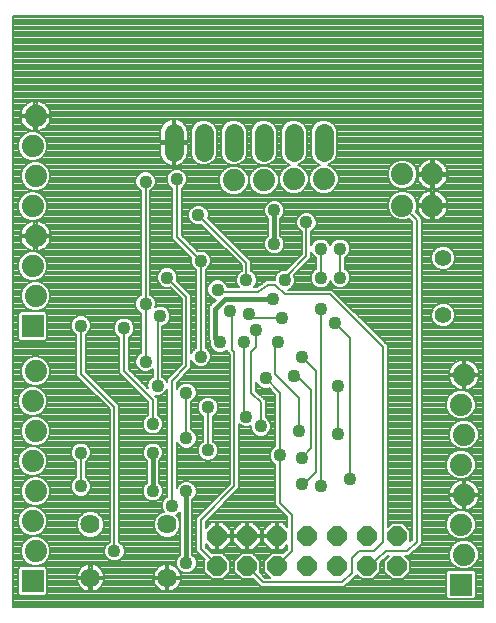
<source format=gbl>
G75*
G70*
%OFA0B0*%
%FSLAX24Y24*%
%IPPOS*%
%LPD*%
%AMOC8*
5,1,8,0,0,1.08239X$1,22.5*
%
%ADD10C,0.0560*%
%ADD11R,0.0740X0.0740*%
%ADD12C,0.0740*%
%ADD13OC8,0.0640*%
%ADD14C,0.0640*%
%ADD15C,0.0640*%
%ADD16C,0.0080*%
%ADD17C,0.0436*%
%ADD18C,0.0160*%
D10*
X015286Y010011D03*
X015286Y011911D03*
D11*
X015876Y001021D03*
X001596Y001141D03*
X001596Y009641D03*
D12*
X001696Y010641D03*
X001596Y011641D03*
X001696Y012641D03*
X001596Y013641D03*
X001696Y014641D03*
X001596Y015641D03*
X001696Y016641D03*
X008306Y014501D03*
X009306Y014501D03*
X010306Y014541D03*
X011306Y014541D03*
X013926Y014701D03*
X013926Y013661D03*
X014926Y013661D03*
X014926Y014701D03*
X015976Y008021D03*
X015876Y007021D03*
X015976Y006021D03*
X015876Y005021D03*
X015976Y004021D03*
X015876Y003021D03*
X015976Y002021D03*
X001696Y002141D03*
X001596Y003141D03*
X001696Y004141D03*
X001596Y005141D03*
X001696Y006141D03*
X001596Y007141D03*
X001696Y008141D03*
D13*
X007746Y002641D03*
X007746Y001641D03*
X008746Y001641D03*
X008746Y002641D03*
X009746Y002641D03*
X009746Y001641D03*
X010746Y001641D03*
X010746Y002641D03*
X011746Y002641D03*
X011746Y001641D03*
X012746Y001641D03*
X012746Y002641D03*
X013746Y002641D03*
X013746Y001641D03*
D14*
X006086Y001251D03*
X006086Y003031D03*
X003526Y003031D03*
X003526Y001251D03*
D15*
X006306Y015441D02*
X006306Y016081D01*
X007306Y016081D02*
X007306Y015441D01*
X008306Y015441D02*
X008306Y016081D01*
X009306Y016081D02*
X009306Y015441D01*
X010306Y015441D02*
X010306Y016081D01*
X011306Y016081D02*
X011306Y015441D01*
D16*
X000946Y019977D02*
X000946Y000281D01*
X016616Y000281D01*
X016616Y019977D01*
X000946Y019977D01*
X000946Y019934D02*
X016616Y019934D01*
X016616Y019855D02*
X000946Y019855D01*
X000946Y019777D02*
X016616Y019777D01*
X016616Y019698D02*
X000946Y019698D01*
X000946Y019620D02*
X016616Y019620D01*
X016616Y019541D02*
X000946Y019541D01*
X000946Y019463D02*
X016616Y019463D01*
X016616Y019384D02*
X000946Y019384D01*
X000946Y019306D02*
X016616Y019306D01*
X016616Y019227D02*
X000946Y019227D01*
X000946Y019149D02*
X016616Y019149D01*
X016616Y019070D02*
X000946Y019070D01*
X000946Y018991D02*
X016616Y018991D01*
X016616Y018913D02*
X000946Y018913D01*
X000946Y018834D02*
X016616Y018834D01*
X016616Y018756D02*
X000946Y018756D01*
X000946Y018677D02*
X016616Y018677D01*
X016616Y018599D02*
X000946Y018599D01*
X000946Y018520D02*
X016616Y018520D01*
X016616Y018442D02*
X000946Y018442D01*
X000946Y018363D02*
X016616Y018363D01*
X016616Y018285D02*
X000946Y018285D01*
X000946Y018206D02*
X016616Y018206D01*
X016616Y018128D02*
X000946Y018128D01*
X000946Y018049D02*
X016616Y018049D01*
X016616Y017970D02*
X000946Y017970D01*
X000946Y017892D02*
X016616Y017892D01*
X016616Y017813D02*
X000946Y017813D01*
X000946Y017735D02*
X016616Y017735D01*
X016616Y017656D02*
X000946Y017656D01*
X000946Y017578D02*
X016616Y017578D01*
X016616Y017499D02*
X000946Y017499D01*
X000946Y017421D02*
X016616Y017421D01*
X016616Y017342D02*
X000946Y017342D01*
X000946Y017264D02*
X016616Y017264D01*
X016616Y017185D02*
X000946Y017185D01*
X000946Y017106D02*
X001486Y017106D01*
X001501Y017114D02*
X001429Y017077D01*
X001364Y017030D01*
X001307Y016973D01*
X001260Y016908D01*
X001224Y016837D01*
X001199Y016761D01*
X001186Y016681D01*
X001656Y016681D01*
X001656Y016601D01*
X001186Y016601D01*
X001199Y016522D01*
X001224Y016445D01*
X001260Y016374D01*
X001307Y016309D01*
X001364Y016252D01*
X001429Y016205D01*
X001501Y016168D01*
X001577Y016144D01*
X001656Y016131D01*
X001656Y016131D01*
X001656Y016601D01*
X001736Y016601D01*
X001736Y016131D01*
X001736Y016131D01*
X001816Y016144D01*
X001892Y016168D01*
X001964Y016205D01*
X002029Y016252D01*
X002085Y016309D01*
X002132Y016374D01*
X002169Y016445D01*
X002194Y016522D01*
X002206Y016601D01*
X001736Y016601D01*
X001736Y016681D01*
X001656Y016681D01*
X001656Y017151D01*
X001577Y017139D01*
X001501Y017114D01*
X001656Y017106D02*
X001736Y017106D01*
X001736Y017151D02*
X001736Y017151D01*
X001736Y016681D01*
X002206Y016681D01*
X002206Y016681D01*
X002194Y016761D01*
X002169Y016837D01*
X002132Y016908D01*
X002085Y016973D01*
X002029Y017030D01*
X001964Y017077D01*
X001892Y017114D01*
X001816Y017139D01*
X001736Y017151D01*
X001656Y017151D02*
X001656Y017151D01*
X001656Y017028D02*
X001736Y017028D01*
X001736Y016949D02*
X001656Y016949D01*
X001656Y016871D02*
X001736Y016871D01*
X001736Y016792D02*
X001656Y016792D01*
X001656Y016714D02*
X001736Y016714D01*
X001736Y016635D02*
X016616Y016635D01*
X016616Y016557D02*
X002199Y016557D01*
X002206Y016601D02*
X002206Y016601D01*
X002201Y016714D02*
X016616Y016714D01*
X016616Y016792D02*
X002183Y016792D01*
X002152Y016871D02*
X016616Y016871D01*
X016616Y016949D02*
X002103Y016949D01*
X002031Y017028D02*
X016616Y017028D01*
X016616Y017106D02*
X001906Y017106D01*
X001656Y016635D02*
X000946Y016635D01*
X000946Y016557D02*
X001193Y016557D01*
X001186Y016601D02*
X001186Y016601D01*
X001186Y016681D02*
X001186Y016681D01*
X001191Y016714D02*
X000946Y016714D01*
X000946Y016792D02*
X001209Y016792D01*
X001241Y016871D02*
X000946Y016871D01*
X000946Y016949D02*
X001290Y016949D01*
X001362Y017028D02*
X000946Y017028D01*
X000946Y016478D02*
X001213Y016478D01*
X001247Y016400D02*
X000946Y016400D01*
X000946Y016321D02*
X001298Y016321D01*
X001377Y016242D02*
X000946Y016242D01*
X000946Y016164D02*
X001514Y016164D01*
X001499Y016131D02*
X001319Y016056D01*
X001181Y015919D01*
X001106Y015739D01*
X001106Y015544D01*
X001181Y015364D01*
X001319Y015226D01*
X001499Y015151D01*
X001694Y015151D01*
X001874Y015226D01*
X002012Y015364D01*
X002086Y015544D01*
X002086Y015739D01*
X002012Y015919D01*
X001874Y016056D01*
X001694Y016131D01*
X001499Y016131D01*
X001389Y016085D02*
X000946Y016085D01*
X000946Y016007D02*
X001269Y016007D01*
X001191Y015928D02*
X000946Y015928D01*
X000946Y015850D02*
X001152Y015850D01*
X001120Y015771D02*
X000946Y015771D01*
X000946Y015693D02*
X001106Y015693D01*
X001106Y015614D02*
X000946Y015614D01*
X000946Y015536D02*
X001110Y015536D01*
X001142Y015457D02*
X000946Y015457D01*
X000946Y015379D02*
X001175Y015379D01*
X001244Y015300D02*
X000946Y015300D01*
X000946Y015221D02*
X001329Y015221D01*
X001419Y015056D02*
X001281Y014919D01*
X001206Y014739D01*
X001206Y014544D01*
X001281Y014364D01*
X001419Y014226D01*
X001599Y014151D01*
X001794Y014151D01*
X001974Y014226D01*
X002112Y014364D01*
X002186Y014544D01*
X002186Y014739D01*
X002112Y014919D01*
X001974Y015056D01*
X001794Y015131D01*
X001599Y015131D01*
X001419Y015056D01*
X001438Y015064D02*
X000946Y015064D01*
X000946Y014986D02*
X001348Y014986D01*
X001276Y014907D02*
X000946Y014907D01*
X000946Y014829D02*
X001244Y014829D01*
X001211Y014750D02*
X000946Y014750D01*
X000946Y014672D02*
X001206Y014672D01*
X001206Y014593D02*
X000946Y014593D01*
X000946Y014515D02*
X001218Y014515D01*
X001251Y014436D02*
X000946Y014436D01*
X000946Y014357D02*
X001287Y014357D01*
X001366Y014279D02*
X000946Y014279D01*
X000946Y014200D02*
X001480Y014200D01*
X001499Y014131D02*
X001319Y014056D01*
X001181Y013919D01*
X001106Y013739D01*
X001106Y013544D01*
X001181Y013364D01*
X001319Y013226D01*
X001499Y013151D01*
X001694Y013151D01*
X001874Y013226D01*
X002012Y013364D01*
X002086Y013544D01*
X002086Y013739D01*
X002012Y013919D01*
X001874Y014056D01*
X001694Y014131D01*
X001499Y014131D01*
X001476Y014122D02*
X000946Y014122D01*
X000946Y014043D02*
X001306Y014043D01*
X001227Y013965D02*
X000946Y013965D01*
X000946Y013886D02*
X001167Y013886D01*
X001135Y013808D02*
X000946Y013808D01*
X000946Y013729D02*
X001106Y013729D01*
X001106Y013651D02*
X000946Y013651D01*
X000946Y013572D02*
X001106Y013572D01*
X001127Y013493D02*
X000946Y013493D01*
X000946Y013415D02*
X001160Y013415D01*
X001208Y013336D02*
X000946Y013336D01*
X000946Y013258D02*
X001287Y013258D01*
X001431Y013179D02*
X000946Y013179D01*
X000946Y013101D02*
X001475Y013101D01*
X001501Y013114D02*
X001429Y013077D01*
X001364Y013030D01*
X001307Y012973D01*
X001260Y012908D01*
X001224Y012837D01*
X001199Y012761D01*
X001186Y012681D01*
X001656Y012681D01*
X001656Y012601D01*
X001186Y012601D01*
X001199Y012522D01*
X001224Y012445D01*
X001260Y012374D01*
X001307Y012309D01*
X001364Y012252D01*
X001429Y012205D01*
X001501Y012168D01*
X001577Y012144D01*
X001656Y012131D01*
X001656Y012131D01*
X001656Y012601D01*
X001736Y012601D01*
X001736Y012131D01*
X001736Y012131D01*
X001816Y012144D01*
X001892Y012168D01*
X001964Y012205D01*
X002029Y012252D01*
X002085Y012309D01*
X002132Y012374D01*
X002169Y012445D01*
X002194Y012522D01*
X002206Y012601D01*
X001736Y012601D01*
X001736Y012681D01*
X001656Y012681D01*
X001656Y013151D01*
X001577Y013139D01*
X001501Y013114D01*
X001656Y013101D02*
X001736Y013101D01*
X001736Y013151D02*
X001736Y013151D01*
X001736Y012681D01*
X002206Y012681D01*
X002206Y012681D01*
X002194Y012761D01*
X002169Y012837D01*
X002132Y012908D01*
X002085Y012973D01*
X002029Y013030D01*
X001964Y013077D01*
X001892Y013114D01*
X001816Y013139D01*
X001736Y013151D01*
X001762Y013179D02*
X005206Y013179D01*
X005206Y013101D02*
X001917Y013101D01*
X002036Y013022D02*
X005206Y013022D01*
X005206Y012944D02*
X002107Y012944D01*
X002155Y012865D02*
X005206Y012865D01*
X005206Y012787D02*
X002185Y012787D01*
X002202Y012708D02*
X005206Y012708D01*
X005206Y012629D02*
X001736Y012629D01*
X001736Y012551D02*
X001656Y012551D01*
X001656Y012629D02*
X000946Y012629D01*
X000946Y012551D02*
X001194Y012551D01*
X001186Y012601D02*
X001186Y012601D01*
X001186Y012681D02*
X001186Y012681D01*
X001191Y012708D02*
X000946Y012708D01*
X000946Y012787D02*
X001207Y012787D01*
X001238Y012865D02*
X000946Y012865D01*
X000946Y012944D02*
X001286Y012944D01*
X001356Y013022D02*
X000946Y013022D01*
X000946Y012472D02*
X001215Y012472D01*
X001250Y012394D02*
X000946Y012394D01*
X000946Y012315D02*
X001303Y012315D01*
X001385Y012237D02*
X000946Y012237D01*
X000946Y012158D02*
X001532Y012158D01*
X001499Y012131D02*
X001694Y012131D01*
X001874Y012056D01*
X002012Y011919D01*
X002086Y011739D01*
X002086Y011544D01*
X002012Y011364D01*
X001874Y011226D01*
X001694Y011151D01*
X001499Y011151D01*
X001319Y011226D01*
X001181Y011364D01*
X001106Y011544D01*
X001106Y011739D01*
X001181Y011919D01*
X001319Y012056D01*
X001499Y012131D01*
X001375Y012080D02*
X000946Y012080D01*
X000946Y012001D02*
X001263Y012001D01*
X001185Y011923D02*
X000946Y011923D01*
X000946Y011844D02*
X001150Y011844D01*
X001117Y011766D02*
X000946Y011766D01*
X000946Y011687D02*
X001106Y011687D01*
X001106Y011608D02*
X000946Y011608D01*
X000946Y011530D02*
X001112Y011530D01*
X001144Y011451D02*
X000946Y011451D01*
X000946Y011373D02*
X001177Y011373D01*
X001250Y011294D02*
X000946Y011294D01*
X000946Y011216D02*
X001343Y011216D01*
X001419Y011056D02*
X001281Y010919D01*
X001206Y010739D01*
X001206Y010544D01*
X001281Y010364D01*
X001419Y010226D01*
X001599Y010151D01*
X001794Y010151D01*
X001974Y010226D01*
X002112Y010364D01*
X002186Y010544D01*
X002186Y010739D01*
X002112Y010919D01*
X001974Y011056D01*
X001794Y011131D01*
X001599Y011131D01*
X001419Y011056D01*
X001424Y011059D02*
X000946Y011059D01*
X000946Y011137D02*
X005206Y011137D01*
X005206Y011059D02*
X001969Y011059D01*
X002050Y010980D02*
X005206Y010980D01*
X005206Y010902D02*
X002119Y010902D01*
X002151Y010823D02*
X005206Y010823D01*
X005206Y010744D02*
X002184Y010744D01*
X002186Y010666D02*
X005173Y010666D01*
X005175Y010668D02*
X005080Y010573D01*
X005028Y010448D01*
X005028Y010314D01*
X005080Y010190D01*
X005175Y010094D01*
X005206Y010081D01*
X005206Y008761D01*
X005175Y008748D01*
X005080Y008653D01*
X005028Y008528D01*
X005028Y008394D01*
X005080Y008270D01*
X005175Y008174D01*
X005299Y008123D01*
X005434Y008123D01*
X005558Y008174D01*
X005606Y008223D01*
X005606Y007961D01*
X005575Y007948D01*
X005480Y007853D01*
X005428Y007728D01*
X005428Y007594D01*
X005434Y007579D01*
X004806Y008207D01*
X004806Y009281D01*
X004838Y009294D01*
X004933Y009390D01*
X004984Y009514D01*
X004984Y009648D01*
X004933Y009773D01*
X004838Y009868D01*
X004714Y009919D01*
X004579Y009919D01*
X004455Y009868D01*
X004360Y009773D01*
X004308Y009648D01*
X004308Y009514D01*
X004360Y009390D01*
X004455Y009294D01*
X004486Y009281D01*
X004486Y008207D01*
X004486Y008075D01*
X005446Y007115D01*
X005446Y006681D01*
X005415Y006668D01*
X005320Y006573D01*
X005268Y006448D01*
X005268Y006314D01*
X005320Y006190D01*
X005415Y006094D01*
X005539Y006043D01*
X005674Y006043D01*
X005798Y006094D01*
X005893Y006190D01*
X005944Y006314D01*
X005944Y006448D01*
X005893Y006573D01*
X005798Y006668D01*
X005766Y006681D01*
X005766Y007115D01*
X005766Y007247D01*
X005685Y007329D01*
X005699Y007323D01*
X005834Y007323D01*
X005958Y007374D01*
X006053Y007470D01*
X006086Y007550D01*
X006086Y003961D01*
X006055Y003948D01*
X005960Y003853D01*
X005908Y003728D01*
X005908Y003594D01*
X005960Y003470D01*
X005970Y003459D01*
X005837Y003404D01*
X005713Y003280D01*
X005646Y003119D01*
X005646Y002944D01*
X005713Y002782D01*
X005837Y002658D01*
X005999Y002591D01*
X006174Y002591D01*
X006336Y002658D01*
X006459Y002782D01*
X006526Y002944D01*
X006526Y003119D01*
X006459Y003280D01*
X006386Y003353D01*
X006438Y003374D01*
X006526Y003463D01*
X006526Y002019D01*
X006440Y001933D01*
X006388Y001808D01*
X006388Y001674D01*
X006440Y001550D01*
X006535Y001454D01*
X006659Y001403D01*
X006794Y001403D01*
X006918Y001454D01*
X007013Y001550D01*
X007064Y001674D01*
X007064Y001808D01*
X007013Y001933D01*
X006926Y002019D01*
X006926Y003863D01*
X007013Y003950D01*
X007064Y004074D01*
X007064Y004208D01*
X007013Y004333D01*
X006918Y004428D01*
X006794Y004479D01*
X006659Y004479D01*
X006535Y004428D01*
X006440Y004333D01*
X006406Y004252D01*
X006406Y005790D01*
X006440Y005710D01*
X006535Y005614D01*
X006659Y005563D01*
X006794Y005563D01*
X006918Y005614D01*
X007013Y005710D01*
X007064Y005834D01*
X007064Y005968D01*
X007013Y006093D01*
X006918Y006188D01*
X006886Y006201D01*
X006886Y007121D01*
X006918Y007134D01*
X007013Y007230D01*
X007064Y007354D01*
X007064Y007488D01*
X007013Y007613D01*
X006918Y007708D01*
X006794Y007759D01*
X006659Y007759D01*
X006535Y007708D01*
X006440Y007613D01*
X006406Y007532D01*
X006406Y007755D01*
X006793Y008141D01*
X006886Y008235D01*
X006886Y008510D01*
X006920Y008430D01*
X007015Y008334D01*
X007139Y008283D01*
X007274Y008283D01*
X007398Y008334D01*
X007493Y008430D01*
X007544Y008554D01*
X007544Y008688D01*
X007493Y008813D01*
X007398Y008908D01*
X007366Y008921D01*
X007366Y011521D01*
X007398Y011534D01*
X007493Y011630D01*
X007544Y011754D01*
X007544Y011888D01*
X007493Y012013D01*
X007398Y012108D01*
X007274Y012159D01*
X007139Y012159D01*
X007107Y012146D01*
X006566Y012687D01*
X006566Y014241D01*
X006598Y014254D01*
X006693Y014350D01*
X006744Y014474D01*
X006744Y014608D01*
X006693Y014733D01*
X006598Y014828D01*
X006474Y014879D01*
X006339Y014879D01*
X006215Y014828D01*
X006120Y014733D01*
X006068Y014608D01*
X006068Y014474D01*
X006120Y014350D01*
X006215Y014254D01*
X006246Y014241D01*
X006246Y012555D01*
X006340Y012461D01*
X006881Y011920D01*
X006868Y011888D01*
X006868Y011754D01*
X006920Y011630D01*
X007015Y011534D01*
X007046Y011521D01*
X007046Y008921D01*
X007015Y008908D01*
X006920Y008813D01*
X006886Y008732D01*
X006886Y010687D01*
X006793Y010781D01*
X006411Y011162D01*
X006424Y011194D01*
X006424Y011328D01*
X006373Y011453D01*
X006278Y011548D01*
X006154Y011599D01*
X006019Y011599D01*
X005895Y011548D01*
X005800Y011453D01*
X005748Y011328D01*
X005748Y011194D01*
X005800Y011070D01*
X005895Y010974D01*
X006019Y010923D01*
X006154Y010923D01*
X006185Y010936D01*
X006566Y010555D01*
X006566Y008367D01*
X006086Y007887D01*
X006086Y007772D01*
X006053Y007853D01*
X005958Y007948D01*
X005926Y007961D01*
X005926Y009648D01*
X006038Y009694D01*
X006133Y009790D01*
X006184Y009914D01*
X006184Y010048D01*
X006133Y010173D01*
X006038Y010268D01*
X005914Y010319D01*
X005779Y010319D01*
X005692Y010283D01*
X005704Y010314D01*
X005704Y010448D01*
X005653Y010573D01*
X005558Y010668D01*
X005526Y010681D01*
X005526Y014161D01*
X005558Y014174D01*
X005653Y014270D01*
X005704Y014394D01*
X005704Y014528D01*
X005653Y014653D01*
X005558Y014748D01*
X005434Y014799D01*
X005299Y014799D01*
X005175Y014748D01*
X005080Y014653D01*
X005028Y014528D01*
X005028Y014394D01*
X005080Y014270D01*
X005175Y014174D01*
X005206Y014161D01*
X005206Y010681D01*
X005175Y010668D01*
X005094Y010587D02*
X002186Y010587D01*
X002172Y010509D02*
X005053Y010509D01*
X005028Y010430D02*
X002139Y010430D01*
X002100Y010352D02*
X005028Y010352D01*
X005045Y010273D02*
X002021Y010273D01*
X002016Y010131D02*
X001177Y010131D01*
X001106Y010061D01*
X001106Y009221D01*
X001177Y009151D01*
X002016Y009151D01*
X002086Y009221D01*
X002086Y010061D01*
X002016Y010131D01*
X002031Y010116D02*
X005153Y010116D01*
X005206Y010038D02*
X002086Y010038D01*
X002086Y009959D02*
X003042Y009959D01*
X003015Y009948D02*
X002920Y009853D01*
X002868Y009728D01*
X002868Y009594D01*
X002920Y009470D01*
X003015Y009374D01*
X003046Y009361D01*
X003046Y008127D01*
X003046Y007995D01*
X004166Y006875D01*
X004166Y002441D01*
X004135Y002428D01*
X004040Y002333D01*
X003988Y002208D01*
X003988Y002074D01*
X004040Y001950D01*
X004135Y001854D01*
X004259Y001803D01*
X004394Y001803D01*
X004518Y001854D01*
X004613Y001950D01*
X004664Y002074D01*
X004664Y002208D01*
X004613Y002333D01*
X004518Y002428D01*
X004486Y002441D01*
X004486Y006875D01*
X004486Y007007D01*
X003366Y008127D01*
X003366Y009361D01*
X003398Y009374D01*
X003493Y009470D01*
X003544Y009594D01*
X003544Y009728D01*
X003493Y009853D01*
X003398Y009948D01*
X003274Y009999D01*
X003139Y009999D01*
X003015Y009948D01*
X002948Y009880D02*
X002086Y009880D01*
X002086Y009802D02*
X002899Y009802D01*
X002868Y009723D02*
X002086Y009723D01*
X002086Y009645D02*
X002868Y009645D01*
X002880Y009566D02*
X002086Y009566D01*
X002086Y009488D02*
X002912Y009488D01*
X002980Y009409D02*
X002086Y009409D01*
X002086Y009331D02*
X003046Y009331D01*
X003046Y009252D02*
X002086Y009252D01*
X002038Y009174D02*
X003046Y009174D01*
X003046Y009095D02*
X000946Y009095D01*
X000946Y009016D02*
X003046Y009016D01*
X003046Y008938D02*
X000946Y008938D01*
X000946Y008859D02*
X003046Y008859D01*
X003046Y008781D02*
X000946Y008781D01*
X000946Y008702D02*
X003046Y008702D01*
X003046Y008624D02*
X001811Y008624D01*
X001794Y008631D02*
X001599Y008631D01*
X001419Y008556D01*
X001281Y008419D01*
X001206Y008239D01*
X001206Y008044D01*
X001281Y007864D01*
X001419Y007726D01*
X001599Y007651D01*
X001794Y007651D01*
X001974Y007726D01*
X002112Y007864D01*
X002186Y008044D01*
X002186Y008239D01*
X002112Y008419D01*
X001974Y008556D01*
X001794Y008631D01*
X001985Y008545D02*
X003046Y008545D01*
X003046Y008467D02*
X002064Y008467D01*
X002124Y008388D02*
X003046Y008388D01*
X003046Y008310D02*
X002157Y008310D01*
X002186Y008231D02*
X003046Y008231D01*
X003046Y008153D02*
X002186Y008153D01*
X002186Y008074D02*
X003046Y008074D01*
X003046Y007995D02*
X002166Y007995D01*
X002134Y007917D02*
X003124Y007917D01*
X003203Y007838D02*
X002086Y007838D01*
X002008Y007760D02*
X003281Y007760D01*
X003360Y007681D02*
X001867Y007681D01*
X001874Y007556D02*
X001694Y007631D01*
X001499Y007631D01*
X001319Y007556D01*
X001181Y007419D01*
X001106Y007239D01*
X001106Y007044D01*
X001181Y006864D01*
X001319Y006726D01*
X001499Y006651D01*
X001694Y006651D01*
X001874Y006726D01*
X002012Y006864D01*
X002086Y007044D01*
X002086Y007239D01*
X002012Y007419D01*
X001874Y007556D01*
X001906Y007524D02*
X003517Y007524D01*
X003595Y007446D02*
X001985Y007446D01*
X002033Y007367D02*
X003674Y007367D01*
X003753Y007289D02*
X002066Y007289D01*
X002086Y007210D02*
X003831Y007210D01*
X003910Y007131D02*
X002086Y007131D01*
X002086Y007053D02*
X003988Y007053D01*
X004067Y006974D02*
X002058Y006974D01*
X002025Y006896D02*
X004145Y006896D01*
X004166Y006817D02*
X001965Y006817D01*
X001887Y006739D02*
X004166Y006739D01*
X004166Y006660D02*
X001716Y006660D01*
X001794Y006631D02*
X001599Y006631D01*
X001419Y006556D01*
X001281Y006419D01*
X001206Y006239D01*
X001206Y006044D01*
X001281Y005864D01*
X001419Y005726D01*
X001599Y005651D01*
X001794Y005651D01*
X001974Y005726D01*
X002112Y005864D01*
X002186Y006044D01*
X002186Y006239D01*
X002112Y006419D01*
X001974Y006556D01*
X001794Y006631D01*
X001913Y006582D02*
X004166Y006582D01*
X004166Y006503D02*
X002027Y006503D01*
X002106Y006425D02*
X004166Y006425D01*
X004166Y006346D02*
X002142Y006346D01*
X002174Y006267D02*
X004166Y006267D01*
X004166Y006189D02*
X002186Y006189D01*
X002186Y006110D02*
X004166Y006110D01*
X004166Y006032D02*
X002181Y006032D01*
X002149Y005953D02*
X004166Y005953D01*
X004166Y005875D02*
X002116Y005875D01*
X002044Y005796D02*
X004166Y005796D01*
X004166Y005718D02*
X003374Y005718D01*
X003398Y005708D02*
X003274Y005759D01*
X003139Y005759D01*
X003015Y005708D01*
X002920Y005613D01*
X002868Y005488D01*
X002868Y005354D01*
X002920Y005230D01*
X003015Y005134D01*
X003046Y005121D01*
X003046Y004601D01*
X003015Y004588D01*
X002920Y004493D01*
X002868Y004368D01*
X002868Y004234D01*
X002920Y004110D01*
X003015Y004014D01*
X003139Y003963D01*
X003274Y003963D01*
X003398Y004014D01*
X003493Y004110D01*
X003544Y004234D01*
X003544Y004368D01*
X003493Y004493D01*
X003398Y004588D01*
X003366Y004601D01*
X003366Y005121D01*
X003398Y005134D01*
X003493Y005230D01*
X003544Y005354D01*
X003544Y005488D01*
X003493Y005613D01*
X003398Y005708D01*
X003466Y005639D02*
X004166Y005639D01*
X004166Y005561D02*
X003514Y005561D01*
X003544Y005482D02*
X004166Y005482D01*
X004166Y005404D02*
X003544Y005404D01*
X003532Y005325D02*
X004166Y005325D01*
X004166Y005246D02*
X003500Y005246D01*
X003431Y005168D02*
X004166Y005168D01*
X004166Y005089D02*
X003366Y005089D01*
X003366Y005011D02*
X004166Y005011D01*
X004166Y004932D02*
X003366Y004932D01*
X003366Y004854D02*
X004166Y004854D01*
X004166Y004775D02*
X003366Y004775D01*
X003366Y004697D02*
X004166Y004697D01*
X004166Y004618D02*
X003366Y004618D01*
X003446Y004540D02*
X004166Y004540D01*
X004166Y004461D02*
X003506Y004461D01*
X003539Y004382D02*
X004166Y004382D01*
X004166Y004304D02*
X003544Y004304D01*
X003541Y004225D02*
X004166Y004225D01*
X004166Y004147D02*
X003508Y004147D01*
X003452Y004068D02*
X004166Y004068D01*
X004166Y003990D02*
X003338Y003990D01*
X003074Y003990D02*
X002164Y003990D01*
X002186Y004044D02*
X002112Y003864D01*
X001974Y003726D01*
X001794Y003651D01*
X001599Y003651D01*
X001419Y003726D01*
X001281Y003864D01*
X001206Y004044D01*
X001206Y004239D01*
X001281Y004419D01*
X001419Y004556D01*
X001599Y004631D01*
X001794Y004631D01*
X001974Y004556D01*
X002112Y004419D01*
X002186Y004239D01*
X002186Y004044D01*
X002186Y004068D02*
X002961Y004068D01*
X002904Y004147D02*
X002186Y004147D01*
X002186Y004225D02*
X002872Y004225D01*
X002868Y004304D02*
X002159Y004304D01*
X002127Y004382D02*
X002874Y004382D01*
X002907Y004461D02*
X002069Y004461D01*
X001991Y004540D02*
X002967Y004540D01*
X003046Y004618D02*
X001825Y004618D01*
X001804Y004697D02*
X003046Y004697D01*
X003046Y004775D02*
X001923Y004775D01*
X001874Y004726D02*
X002012Y004864D01*
X002086Y005044D01*
X002086Y005239D01*
X002012Y005419D01*
X001874Y005556D01*
X001694Y005631D01*
X001499Y005631D01*
X001319Y005556D01*
X001181Y005419D01*
X001106Y005239D01*
X001106Y005044D01*
X001181Y004864D01*
X001319Y004726D01*
X001499Y004651D01*
X001694Y004651D01*
X001874Y004726D01*
X002002Y004854D02*
X003046Y004854D01*
X003046Y004932D02*
X002040Y004932D01*
X002073Y005011D02*
X003046Y005011D01*
X003046Y005089D02*
X002086Y005089D01*
X002086Y005168D02*
X002981Y005168D01*
X002913Y005246D02*
X002083Y005246D01*
X002050Y005325D02*
X002880Y005325D01*
X002868Y005404D02*
X002018Y005404D01*
X001948Y005482D02*
X002868Y005482D01*
X002898Y005561D02*
X001864Y005561D01*
X001954Y005718D02*
X003039Y005718D01*
X002946Y005639D02*
X000946Y005639D01*
X000946Y005561D02*
X001329Y005561D01*
X001244Y005482D02*
X000946Y005482D01*
X000946Y005404D02*
X001175Y005404D01*
X001142Y005325D02*
X000946Y005325D01*
X000946Y005246D02*
X001110Y005246D01*
X001106Y005168D02*
X000946Y005168D01*
X000946Y005089D02*
X001106Y005089D01*
X001120Y005011D02*
X000946Y005011D01*
X000946Y004932D02*
X001152Y004932D01*
X001191Y004854D02*
X000946Y004854D01*
X000946Y004775D02*
X001269Y004775D01*
X001389Y004697D02*
X000946Y004697D01*
X000946Y004618D02*
X001567Y004618D01*
X001402Y004540D02*
X000946Y004540D01*
X000946Y004461D02*
X001323Y004461D01*
X001266Y004382D02*
X000946Y004382D01*
X000946Y004304D02*
X001233Y004304D01*
X001206Y004225D02*
X000946Y004225D01*
X000946Y004147D02*
X001206Y004147D01*
X001206Y004068D02*
X000946Y004068D01*
X000946Y003990D02*
X001229Y003990D01*
X001261Y003911D02*
X000946Y003911D01*
X000946Y003833D02*
X001312Y003833D01*
X001390Y003754D02*
X000946Y003754D01*
X000946Y003676D02*
X001540Y003676D01*
X001499Y003631D02*
X001319Y003556D01*
X001181Y003419D01*
X001106Y003239D01*
X001106Y003044D01*
X001181Y002864D01*
X001319Y002726D01*
X001499Y002651D01*
X001694Y002651D01*
X001874Y002726D01*
X002012Y002864D01*
X002086Y003044D01*
X002086Y003239D01*
X002012Y003419D01*
X001874Y003556D01*
X001694Y003631D01*
X001499Y003631D01*
X001417Y003597D02*
X000946Y003597D01*
X000946Y003518D02*
X001281Y003518D01*
X001202Y003440D02*
X000946Y003440D01*
X000946Y003361D02*
X001157Y003361D01*
X001125Y003283D02*
X000946Y003283D01*
X000946Y003204D02*
X001106Y003204D01*
X001106Y003126D02*
X000946Y003126D01*
X000946Y003047D02*
X001106Y003047D01*
X001137Y002969D02*
X000946Y002969D01*
X000946Y002890D02*
X001170Y002890D01*
X001233Y002812D02*
X000946Y002812D01*
X000946Y002733D02*
X001311Y002733D01*
X001491Y002654D02*
X000946Y002654D01*
X000946Y002576D02*
X001466Y002576D01*
X001419Y002556D02*
X001281Y002419D01*
X000946Y002419D01*
X000946Y002497D02*
X001360Y002497D01*
X001419Y002556D02*
X001599Y002631D01*
X001794Y002631D01*
X001974Y002556D01*
X002112Y002419D01*
X002186Y002239D01*
X002186Y002044D01*
X002112Y001864D01*
X001974Y001726D01*
X001794Y001651D01*
X001599Y001651D01*
X001419Y001726D01*
X001281Y001864D01*
X001206Y002044D01*
X001206Y002239D01*
X001281Y002419D01*
X001248Y002340D02*
X000946Y002340D01*
X000946Y002262D02*
X001216Y002262D01*
X001206Y002183D02*
X000946Y002183D01*
X000946Y002105D02*
X001206Y002105D01*
X001214Y002026D02*
X000946Y002026D01*
X000946Y001948D02*
X001246Y001948D01*
X001279Y001869D02*
X000946Y001869D01*
X000946Y001791D02*
X001354Y001791D01*
X001452Y001712D02*
X000946Y001712D01*
X000946Y001633D02*
X003270Y001633D01*
X003285Y001644D02*
X003227Y001602D01*
X003175Y001551D01*
X003133Y001492D01*
X003100Y001428D01*
X003078Y001359D01*
X003067Y001291D01*
X003486Y001291D01*
X003486Y001211D01*
X003067Y001211D01*
X003078Y001143D01*
X003100Y001074D01*
X003133Y001010D01*
X003175Y000951D01*
X003227Y000900D01*
X003285Y000858D01*
X003350Y000825D01*
X003419Y000802D01*
X003486Y000792D01*
X003486Y001211D01*
X003566Y001211D01*
X003566Y000792D01*
X003634Y000802D01*
X003703Y000825D01*
X003767Y000858D01*
X003826Y000900D01*
X003877Y000951D01*
X003920Y001010D01*
X003953Y001074D01*
X003975Y001143D01*
X003986Y001211D01*
X003566Y001211D01*
X003566Y001291D01*
X003486Y001291D01*
X003486Y001710D01*
X003419Y001700D01*
X003350Y001677D01*
X003285Y001644D01*
X003180Y001555D02*
X002086Y001555D01*
X002086Y001561D02*
X002016Y001631D01*
X001177Y001631D01*
X001106Y001561D01*
X001106Y000721D01*
X001177Y000651D01*
X002016Y000651D01*
X002086Y000721D01*
X002086Y001561D01*
X002086Y001476D02*
X003125Y001476D01*
X003090Y001398D02*
X002086Y001398D01*
X002086Y001319D02*
X003071Y001319D01*
X003075Y001162D02*
X002086Y001162D01*
X002086Y001084D02*
X003097Y001084D01*
X003136Y001005D02*
X002086Y001005D01*
X002086Y000927D02*
X003200Y000927D01*
X003304Y000848D02*
X002086Y000848D01*
X002086Y000769D02*
X015386Y000769D01*
X015386Y000691D02*
X002056Y000691D01*
X002086Y001241D02*
X003486Y001241D01*
X003486Y001319D02*
X003566Y001319D01*
X003566Y001291D02*
X003566Y001710D01*
X003634Y001700D01*
X003703Y001677D01*
X003767Y001644D01*
X003826Y001602D01*
X003877Y001551D01*
X003920Y001492D01*
X003953Y001428D01*
X003975Y001359D01*
X003986Y001291D01*
X003566Y001291D01*
X003566Y001241D02*
X006046Y001241D01*
X006046Y001211D02*
X006046Y001291D01*
X005627Y001291D01*
X005638Y001359D01*
X005660Y001428D01*
X005693Y001492D01*
X005735Y001551D01*
X005787Y001602D01*
X005845Y001644D01*
X005910Y001677D01*
X005979Y001700D01*
X006046Y001710D01*
X006046Y001291D01*
X006126Y001291D01*
X006126Y001710D01*
X006194Y001700D01*
X006263Y001677D01*
X006327Y001644D01*
X006386Y001602D01*
X006437Y001551D01*
X006480Y001492D01*
X006513Y001428D01*
X006535Y001359D01*
X006546Y001291D01*
X006126Y001291D01*
X006126Y001211D01*
X006126Y000792D01*
X006194Y000802D01*
X006263Y000825D01*
X006327Y000858D01*
X006386Y000900D01*
X006437Y000951D01*
X006480Y001010D01*
X006513Y001074D01*
X006535Y001143D01*
X006546Y001211D01*
X006126Y001211D01*
X006046Y001211D01*
X005627Y001211D01*
X005638Y001143D01*
X005660Y001074D01*
X005693Y001010D01*
X005735Y000951D01*
X005787Y000900D01*
X005845Y000858D01*
X005910Y000825D01*
X005979Y000802D01*
X006046Y000792D01*
X006046Y001211D01*
X006046Y001162D02*
X006126Y001162D01*
X006126Y001084D02*
X006046Y001084D01*
X006046Y001005D02*
X006126Y001005D01*
X006126Y000927D02*
X006046Y000927D01*
X006046Y000848D02*
X006126Y000848D01*
X006308Y000848D02*
X015386Y000848D01*
X015386Y000927D02*
X006412Y000927D01*
X006476Y001005D02*
X009156Y001005D01*
X009126Y001035D02*
X009220Y000941D01*
X011860Y000941D01*
X011993Y000941D01*
X012313Y001261D01*
X012406Y001355D01*
X012406Y001359D01*
X012564Y001201D01*
X012929Y001201D01*
X013186Y001459D01*
X013186Y001756D01*
X013429Y001981D01*
X013464Y001981D01*
X013306Y001823D01*
X013306Y001459D01*
X013564Y001201D01*
X013929Y001201D01*
X014186Y001459D01*
X014186Y001823D01*
X014028Y001981D01*
X014153Y001981D01*
X014566Y002395D01*
X014566Y002527D01*
X014566Y013115D01*
X014566Y013247D01*
X014368Y013446D01*
X014416Y013564D01*
X014416Y013759D01*
X014342Y013939D01*
X014204Y014076D01*
X014024Y014151D01*
X013829Y014151D01*
X013649Y014076D01*
X013511Y013939D01*
X013436Y013759D01*
X013436Y013564D01*
X013511Y013384D01*
X013649Y013246D01*
X013829Y013171D01*
X014024Y013171D01*
X014141Y013220D01*
X014246Y013115D01*
X014246Y002527D01*
X014186Y002467D01*
X014186Y002823D01*
X013929Y003081D01*
X013564Y003081D01*
X013446Y002963D01*
X013446Y009007D01*
X013353Y009101D01*
X013353Y009101D01*
X011593Y010861D01*
X011460Y010861D01*
X010117Y010861D01*
X010198Y010894D01*
X010293Y010990D01*
X010344Y011114D01*
X010344Y011248D01*
X010308Y011336D01*
X010886Y011915D01*
X010886Y012047D01*
X010886Y012110D01*
X010920Y012030D01*
X011015Y011934D01*
X011046Y011921D01*
X011046Y011548D01*
X011015Y011535D01*
X010920Y011440D01*
X010868Y011316D01*
X010868Y011181D01*
X010920Y011057D01*
X011015Y010962D01*
X011139Y010910D01*
X011274Y010910D01*
X011398Y010962D01*
X011493Y011057D01*
X011529Y011144D01*
X011560Y011070D01*
X011655Y010974D01*
X011779Y010923D01*
X011914Y010923D01*
X012038Y010974D01*
X012133Y011070D01*
X012184Y011194D01*
X012184Y011328D01*
X012133Y011453D01*
X012038Y011548D01*
X012006Y011561D01*
X012006Y011921D01*
X012038Y011934D01*
X012133Y012030D01*
X012184Y012154D01*
X012184Y012288D01*
X012133Y012413D01*
X012038Y012508D01*
X011914Y012559D01*
X011779Y012559D01*
X011655Y012508D01*
X011560Y012413D01*
X011526Y012332D01*
X011493Y012413D01*
X011398Y012508D01*
X011274Y012559D01*
X011139Y012559D01*
X011015Y012508D01*
X010920Y012413D01*
X010886Y012332D01*
X010886Y012801D01*
X010918Y012814D01*
X011013Y012910D01*
X011064Y013034D01*
X011064Y013168D01*
X011013Y013293D01*
X010918Y013388D01*
X010794Y013439D01*
X010659Y013439D01*
X010535Y013388D01*
X010440Y013293D01*
X010388Y013168D01*
X010388Y013034D01*
X010440Y012910D01*
X010535Y012814D01*
X010566Y012801D01*
X010566Y012047D01*
X010038Y011519D01*
X009939Y011519D01*
X009815Y011468D01*
X009720Y011373D01*
X009013Y011373D01*
X008918Y011468D01*
X008886Y011481D01*
X008886Y011807D01*
X008793Y011901D01*
X007451Y013242D01*
X007464Y013274D01*
X007464Y013408D01*
X007413Y013533D01*
X007318Y013628D01*
X007194Y013679D01*
X007059Y013679D01*
X006935Y013628D01*
X006840Y013533D01*
X006788Y013408D01*
X006788Y013274D01*
X006840Y013150D01*
X006935Y013054D01*
X007059Y013003D01*
X007194Y013003D01*
X007225Y013016D01*
X008566Y011675D01*
X008566Y011481D01*
X008535Y011468D01*
X008440Y011373D01*
X007366Y011373D01*
X007366Y011451D02*
X008518Y011451D01*
X008566Y011530D02*
X007387Y011530D01*
X007472Y011608D02*
X008566Y011608D01*
X008554Y011687D02*
X007517Y011687D01*
X007544Y011766D02*
X008476Y011766D01*
X008397Y011844D02*
X007544Y011844D01*
X007530Y011923D02*
X008319Y011923D01*
X008240Y012001D02*
X007498Y012001D01*
X007426Y012080D02*
X008161Y012080D01*
X008083Y012158D02*
X007276Y012158D01*
X007137Y012158D02*
X007095Y012158D01*
X007017Y012237D02*
X008004Y012237D01*
X007926Y012315D02*
X006938Y012315D01*
X006860Y012394D02*
X007847Y012394D01*
X007769Y012472D02*
X006781Y012472D01*
X006703Y012551D02*
X007690Y012551D01*
X007612Y012629D02*
X006624Y012629D01*
X006566Y012708D02*
X007533Y012708D01*
X007455Y012787D02*
X006566Y012787D01*
X006566Y012865D02*
X007376Y012865D01*
X007297Y012944D02*
X006566Y012944D01*
X006566Y013022D02*
X007013Y013022D01*
X006888Y013101D02*
X006566Y013101D01*
X006566Y013179D02*
X006827Y013179D01*
X006795Y013258D02*
X006566Y013258D01*
X006566Y013336D02*
X006788Y013336D01*
X006791Y013415D02*
X006566Y013415D01*
X006566Y013493D02*
X006823Y013493D01*
X006879Y013572D02*
X006566Y013572D01*
X006566Y013651D02*
X006990Y013651D01*
X007263Y013651D02*
X009352Y013651D01*
X009370Y013693D02*
X009318Y013568D01*
X009318Y013434D01*
X009370Y013310D01*
X009456Y013223D01*
X009456Y012659D01*
X009370Y012573D01*
X009318Y012448D01*
X009318Y012314D01*
X009370Y012190D01*
X009465Y012094D01*
X009589Y012043D01*
X009724Y012043D01*
X009848Y012094D01*
X009943Y012190D01*
X009994Y012314D01*
X009994Y012448D01*
X009943Y012573D01*
X009856Y012659D01*
X009856Y013223D01*
X009943Y013310D01*
X009994Y013434D01*
X009994Y013568D01*
X009943Y013693D01*
X009848Y013788D01*
X009724Y013839D01*
X009589Y013839D01*
X009465Y013788D01*
X009370Y013693D01*
X009406Y013729D02*
X006566Y013729D01*
X006566Y013808D02*
X009513Y013808D01*
X009404Y014011D02*
X009584Y014086D01*
X009722Y014224D01*
X009796Y014404D01*
X009796Y014599D01*
X009722Y014779D01*
X009584Y014916D01*
X009404Y014991D01*
X009209Y014991D01*
X009029Y014916D01*
X008891Y014779D01*
X008816Y014599D01*
X008816Y014404D01*
X008891Y014224D01*
X009029Y014086D01*
X009209Y014011D01*
X009404Y014011D01*
X009481Y014043D02*
X013616Y014043D01*
X013537Y013965D02*
X006566Y013965D01*
X006566Y014043D02*
X008131Y014043D01*
X008209Y014011D02*
X008029Y014086D01*
X007891Y014224D01*
X007816Y014404D01*
X007816Y014599D01*
X007891Y014779D01*
X008029Y014916D01*
X008209Y014991D01*
X008404Y014991D01*
X008584Y014916D01*
X008722Y014779D01*
X008796Y014599D01*
X008796Y014404D01*
X008722Y014224D01*
X008584Y014086D01*
X008404Y014011D01*
X008209Y014011D01*
X007993Y014122D02*
X006566Y014122D01*
X006566Y014200D02*
X007914Y014200D01*
X007868Y014279D02*
X006622Y014279D01*
X006696Y014357D02*
X007835Y014357D01*
X007816Y014436D02*
X006729Y014436D01*
X006744Y014515D02*
X007816Y014515D01*
X007816Y014593D02*
X006744Y014593D01*
X006718Y014672D02*
X007847Y014672D01*
X007879Y014750D02*
X006675Y014750D01*
X006595Y014829D02*
X007941Y014829D01*
X008019Y014907D02*
X002116Y014907D01*
X002149Y014829D02*
X006217Y014829D01*
X006137Y014750D02*
X005552Y014750D01*
X005634Y014672D02*
X006094Y014672D01*
X006068Y014593D02*
X005678Y014593D01*
X005704Y014515D02*
X006068Y014515D01*
X006084Y014436D02*
X005704Y014436D01*
X005689Y014357D02*
X006116Y014357D01*
X006190Y014279D02*
X005657Y014279D01*
X005584Y014200D02*
X006246Y014200D01*
X006246Y014122D02*
X005526Y014122D01*
X005526Y014043D02*
X006246Y014043D01*
X006246Y013965D02*
X005526Y013965D01*
X005526Y013886D02*
X006246Y013886D01*
X006246Y013808D02*
X005526Y013808D01*
X005526Y013729D02*
X006246Y013729D01*
X006246Y013651D02*
X005526Y013651D01*
X005526Y013572D02*
X006246Y013572D01*
X006246Y013493D02*
X005526Y013493D01*
X005526Y013415D02*
X006246Y013415D01*
X006246Y013336D02*
X005526Y013336D01*
X005526Y013258D02*
X006246Y013258D01*
X006246Y013179D02*
X005526Y013179D01*
X005526Y013101D02*
X006246Y013101D01*
X006246Y013022D02*
X005526Y013022D01*
X005526Y012944D02*
X006246Y012944D01*
X006246Y012865D02*
X005526Y012865D01*
X005526Y012787D02*
X006246Y012787D01*
X006246Y012708D02*
X005526Y012708D01*
X005526Y012629D02*
X006246Y012629D01*
X006250Y012551D02*
X005526Y012551D01*
X005526Y012472D02*
X006329Y012472D01*
X006407Y012394D02*
X005526Y012394D01*
X005526Y012315D02*
X006486Y012315D01*
X006564Y012237D02*
X005526Y012237D01*
X005526Y012158D02*
X006643Y012158D01*
X006721Y012080D02*
X005526Y012080D01*
X005526Y012001D02*
X006800Y012001D01*
X006879Y011923D02*
X005526Y011923D01*
X005526Y011844D02*
X006868Y011844D01*
X006868Y011766D02*
X005526Y011766D01*
X005526Y011687D02*
X006896Y011687D01*
X006941Y011608D02*
X005526Y011608D01*
X005526Y011530D02*
X005877Y011530D01*
X005799Y011451D02*
X005526Y011451D01*
X005526Y011373D02*
X005767Y011373D01*
X005748Y011294D02*
X005526Y011294D01*
X005526Y011216D02*
X005748Y011216D01*
X005772Y011137D02*
X005526Y011137D01*
X005526Y011059D02*
X005811Y011059D01*
X005889Y010980D02*
X005526Y010980D01*
X005526Y010902D02*
X006220Y010902D01*
X006298Y010823D02*
X005526Y010823D01*
X005526Y010744D02*
X006377Y010744D01*
X006455Y010666D02*
X005560Y010666D01*
X005638Y010587D02*
X006534Y010587D01*
X006566Y010509D02*
X005679Y010509D01*
X005704Y010430D02*
X006566Y010430D01*
X006566Y010352D02*
X005704Y010352D01*
X006025Y010273D02*
X006566Y010273D01*
X006566Y010195D02*
X006111Y010195D01*
X006156Y010116D02*
X006566Y010116D01*
X006566Y010038D02*
X006184Y010038D01*
X006184Y009959D02*
X006566Y009959D01*
X006566Y009880D02*
X006171Y009880D01*
X006138Y009802D02*
X006566Y009802D01*
X006566Y009723D02*
X006067Y009723D01*
X005926Y009645D02*
X006566Y009645D01*
X006566Y009566D02*
X005926Y009566D01*
X005926Y009488D02*
X006566Y009488D01*
X006566Y009409D02*
X005926Y009409D01*
X005926Y009331D02*
X006566Y009331D01*
X006566Y009252D02*
X005926Y009252D01*
X005926Y009174D02*
X006566Y009174D01*
X006566Y009095D02*
X005926Y009095D01*
X005926Y009016D02*
X006566Y009016D01*
X006566Y008938D02*
X005926Y008938D01*
X005926Y008859D02*
X006566Y008859D01*
X006566Y008781D02*
X005926Y008781D01*
X005926Y008702D02*
X006566Y008702D01*
X006566Y008624D02*
X005926Y008624D01*
X005926Y008545D02*
X006566Y008545D01*
X006566Y008467D02*
X005926Y008467D01*
X005926Y008388D02*
X006566Y008388D01*
X006509Y008310D02*
X005926Y008310D01*
X005926Y008231D02*
X006430Y008231D01*
X006351Y008153D02*
X005926Y008153D01*
X005926Y008074D02*
X006273Y008074D01*
X006194Y007995D02*
X005926Y007995D01*
X005989Y007917D02*
X006116Y007917D01*
X006086Y007838D02*
X006059Y007838D01*
X006246Y007821D02*
X006726Y008301D01*
X006726Y010621D01*
X006086Y011261D01*
X006406Y011373D02*
X007046Y011373D01*
X007046Y011451D02*
X006373Y011451D01*
X006296Y011530D02*
X007026Y011530D01*
X007046Y011294D02*
X006424Y011294D01*
X006424Y011216D02*
X007046Y011216D01*
X007046Y011137D02*
X006436Y011137D01*
X006515Y011059D02*
X007046Y011059D01*
X007046Y010980D02*
X006594Y010980D01*
X006672Y010902D02*
X007046Y010902D01*
X007046Y010823D02*
X006751Y010823D01*
X006829Y010744D02*
X007046Y010744D01*
X007046Y010666D02*
X006886Y010666D01*
X006886Y010587D02*
X007046Y010587D01*
X007046Y010509D02*
X006886Y010509D01*
X006886Y010430D02*
X007046Y010430D01*
X007046Y010352D02*
X006886Y010352D01*
X006886Y010273D02*
X007046Y010273D01*
X007046Y010195D02*
X006886Y010195D01*
X006886Y010116D02*
X007046Y010116D01*
X007046Y010038D02*
X006886Y010038D01*
X006886Y009959D02*
X007046Y009959D01*
X007046Y009880D02*
X006886Y009880D01*
X006886Y009802D02*
X007046Y009802D01*
X007046Y009723D02*
X006886Y009723D01*
X006886Y009645D02*
X007046Y009645D01*
X007046Y009566D02*
X006886Y009566D01*
X006886Y009488D02*
X007046Y009488D01*
X007046Y009409D02*
X006886Y009409D01*
X006886Y009331D02*
X007046Y009331D01*
X007046Y009252D02*
X006886Y009252D01*
X006886Y009174D02*
X007046Y009174D01*
X007046Y009095D02*
X006886Y009095D01*
X006886Y009016D02*
X007046Y009016D01*
X007046Y008938D02*
X006886Y008938D01*
X006886Y008859D02*
X006966Y008859D01*
X006907Y008781D02*
X006886Y008781D01*
X006886Y008467D02*
X006904Y008467D01*
X006886Y008388D02*
X006961Y008388D01*
X006886Y008310D02*
X007075Y008310D01*
X006883Y008231D02*
X008166Y008231D01*
X008166Y008153D02*
X006804Y008153D01*
X006725Y008074D02*
X008166Y008074D01*
X008166Y007995D02*
X006647Y007995D01*
X006568Y007917D02*
X008166Y007917D01*
X008166Y007838D02*
X006490Y007838D01*
X006411Y007760D02*
X008166Y007760D01*
X008166Y007681D02*
X006944Y007681D01*
X007017Y007603D02*
X008166Y007603D01*
X008166Y007524D02*
X007050Y007524D01*
X007064Y007446D02*
X008166Y007446D01*
X008166Y007367D02*
X007064Y007367D01*
X007037Y007289D02*
X008166Y007289D01*
X008166Y007210D02*
X007656Y007210D01*
X007638Y007228D02*
X007514Y007279D01*
X007379Y007279D01*
X007255Y007228D01*
X007160Y007133D01*
X007108Y007008D01*
X007108Y006874D01*
X007160Y006750D01*
X007255Y006654D01*
X007286Y006641D01*
X007286Y005801D01*
X007255Y005788D01*
X007160Y005693D01*
X007108Y005568D01*
X007108Y005434D01*
X007160Y005310D01*
X007255Y005214D01*
X007379Y005163D01*
X007514Y005163D01*
X007638Y005214D01*
X007733Y005310D01*
X007784Y005434D01*
X007784Y005568D01*
X007733Y005693D01*
X007638Y005788D01*
X007606Y005801D01*
X007606Y006641D01*
X007638Y006654D01*
X007733Y006750D01*
X007784Y006874D01*
X007784Y007008D01*
X007733Y007133D01*
X007638Y007228D01*
X007733Y007131D02*
X008166Y007131D01*
X008166Y007053D02*
X007766Y007053D01*
X007784Y006974D02*
X008166Y006974D01*
X008166Y006896D02*
X007784Y006896D01*
X007761Y006817D02*
X008166Y006817D01*
X008166Y006739D02*
X007722Y006739D01*
X007644Y006660D02*
X008166Y006660D01*
X008166Y006582D02*
X007606Y006582D01*
X007606Y006503D02*
X008166Y006503D01*
X008166Y006425D02*
X007606Y006425D01*
X007606Y006346D02*
X008166Y006346D01*
X008166Y006267D02*
X007606Y006267D01*
X007606Y006189D02*
X008166Y006189D01*
X008166Y006110D02*
X007606Y006110D01*
X007606Y006032D02*
X008166Y006032D01*
X008166Y005953D02*
X007606Y005953D01*
X007606Y005875D02*
X008166Y005875D01*
X008166Y005796D02*
X007617Y005796D01*
X007708Y005718D02*
X008166Y005718D01*
X008166Y005639D02*
X007755Y005639D01*
X007784Y005561D02*
X008166Y005561D01*
X008166Y005482D02*
X007784Y005482D01*
X007772Y005404D02*
X008166Y005404D01*
X008166Y005325D02*
X007739Y005325D01*
X007670Y005246D02*
X008166Y005246D01*
X008166Y005168D02*
X007525Y005168D01*
X007367Y005168D02*
X006406Y005168D01*
X006406Y005246D02*
X007223Y005246D01*
X007153Y005325D02*
X006406Y005325D01*
X006406Y005404D02*
X007121Y005404D01*
X007108Y005482D02*
X006406Y005482D01*
X006406Y005561D02*
X007108Y005561D01*
X007138Y005639D02*
X006942Y005639D01*
X007016Y005718D02*
X007185Y005718D01*
X007275Y005796D02*
X007049Y005796D01*
X007064Y005875D02*
X007286Y005875D01*
X007286Y005953D02*
X007064Y005953D01*
X007038Y006032D02*
X007286Y006032D01*
X007286Y006110D02*
X006995Y006110D01*
X006915Y006189D02*
X007286Y006189D01*
X007286Y006267D02*
X006886Y006267D01*
X006886Y006346D02*
X007286Y006346D01*
X007286Y006425D02*
X006886Y006425D01*
X006886Y006503D02*
X007286Y006503D01*
X007286Y006582D02*
X006886Y006582D01*
X006886Y006660D02*
X007249Y006660D01*
X007170Y006739D02*
X006886Y006739D01*
X006886Y006817D02*
X007132Y006817D01*
X007108Y006896D02*
X006886Y006896D01*
X006886Y006974D02*
X007108Y006974D01*
X007127Y007053D02*
X006886Y007053D01*
X006911Y007131D02*
X007159Y007131D01*
X007237Y007210D02*
X006993Y007210D01*
X006726Y007421D02*
X006726Y005901D01*
X006510Y005639D02*
X006406Y005639D01*
X006406Y005718D02*
X006436Y005718D01*
X006086Y005718D02*
X005774Y005718D01*
X005798Y005708D02*
X005674Y005759D01*
X005539Y005759D01*
X005415Y005708D01*
X005320Y005613D01*
X005268Y005488D01*
X005268Y005354D01*
X005320Y005230D01*
X005406Y005143D01*
X005406Y004419D01*
X005320Y004333D01*
X005268Y004208D01*
X005268Y004074D01*
X005320Y003950D01*
X005415Y003854D01*
X005539Y003803D01*
X005674Y003803D01*
X005798Y003854D01*
X005893Y003950D01*
X005944Y004074D01*
X005944Y004208D01*
X005893Y004333D01*
X005806Y004419D01*
X005806Y005143D01*
X005893Y005230D01*
X005944Y005354D01*
X005944Y005488D01*
X005893Y005613D01*
X005798Y005708D01*
X005866Y005639D02*
X006086Y005639D01*
X006086Y005561D02*
X005914Y005561D01*
X005944Y005482D02*
X006086Y005482D01*
X006086Y005404D02*
X005944Y005404D01*
X005932Y005325D02*
X006086Y005325D01*
X006086Y005246D02*
X005900Y005246D01*
X005831Y005168D02*
X006086Y005168D01*
X006086Y005089D02*
X005806Y005089D01*
X005806Y005011D02*
X006086Y005011D01*
X006086Y004932D02*
X005806Y004932D01*
X005806Y004854D02*
X006086Y004854D01*
X006086Y004775D02*
X005806Y004775D01*
X005806Y004697D02*
X006086Y004697D01*
X006086Y004618D02*
X005806Y004618D01*
X005806Y004540D02*
X006086Y004540D01*
X006086Y004461D02*
X005806Y004461D01*
X005843Y004382D02*
X006086Y004382D01*
X006086Y004304D02*
X005905Y004304D01*
X005937Y004225D02*
X006086Y004225D01*
X006086Y004147D02*
X005944Y004147D01*
X005942Y004068D02*
X006086Y004068D01*
X006086Y003990D02*
X005910Y003990D01*
X005855Y003911D02*
X006018Y003911D01*
X005951Y003833D02*
X005745Y003833D01*
X005919Y003754D02*
X004486Y003754D01*
X004486Y003676D02*
X005908Y003676D01*
X005908Y003597D02*
X004486Y003597D01*
X004486Y003518D02*
X005939Y003518D01*
X005924Y003440D02*
X004486Y003440D01*
X004486Y003361D02*
X005794Y003361D01*
X005716Y003283D02*
X004486Y003283D01*
X004486Y003204D02*
X005682Y003204D01*
X005649Y003126D02*
X004486Y003126D01*
X004486Y003047D02*
X005646Y003047D01*
X005646Y002969D02*
X004486Y002969D01*
X004486Y002890D02*
X005668Y002890D01*
X005701Y002812D02*
X004486Y002812D01*
X004486Y002733D02*
X005762Y002733D01*
X005846Y002654D02*
X004486Y002654D01*
X004486Y002576D02*
X006526Y002576D01*
X006526Y002654D02*
X006327Y002654D01*
X006410Y002733D02*
X006526Y002733D01*
X006526Y002812D02*
X006472Y002812D01*
X006504Y002890D02*
X006526Y002890D01*
X006526Y002969D02*
X006526Y002969D01*
X006526Y003047D02*
X006526Y003047D01*
X006523Y003126D02*
X006526Y003126D01*
X006526Y003204D02*
X006491Y003204D01*
X006457Y003283D02*
X006526Y003283D01*
X006526Y003361D02*
X006406Y003361D01*
X006503Y003440D02*
X006526Y003440D01*
X006246Y003661D02*
X006246Y007821D01*
X006406Y007681D02*
X006508Y007681D01*
X006436Y007603D02*
X006406Y007603D01*
X006086Y007524D02*
X006076Y007524D01*
X006086Y007446D02*
X006029Y007446D01*
X006086Y007367D02*
X005940Y007367D01*
X006086Y007289D02*
X005725Y007289D01*
X005766Y007210D02*
X006086Y007210D01*
X006086Y007131D02*
X005766Y007131D01*
X005766Y007053D02*
X006086Y007053D01*
X006086Y006974D02*
X005766Y006974D01*
X005766Y006896D02*
X006086Y006896D01*
X006086Y006817D02*
X005766Y006817D01*
X005766Y006739D02*
X006086Y006739D01*
X006086Y006660D02*
X005805Y006660D01*
X005884Y006582D02*
X006086Y006582D01*
X006086Y006503D02*
X005922Y006503D01*
X005944Y006425D02*
X006086Y006425D01*
X006086Y006346D02*
X005944Y006346D01*
X005925Y006267D02*
X006086Y006267D01*
X006086Y006189D02*
X005892Y006189D01*
X005814Y006110D02*
X006086Y006110D01*
X006086Y006032D02*
X004486Y006032D01*
X004486Y006110D02*
X005399Y006110D01*
X005320Y006189D02*
X004486Y006189D01*
X004486Y006267D02*
X005287Y006267D01*
X005268Y006346D02*
X004486Y006346D01*
X004486Y006425D02*
X005268Y006425D01*
X005291Y006503D02*
X004486Y006503D01*
X004486Y006582D02*
X005329Y006582D01*
X005407Y006660D02*
X004486Y006660D01*
X004486Y006739D02*
X005446Y006739D01*
X005446Y006817D02*
X004486Y006817D01*
X004486Y006896D02*
X005446Y006896D01*
X005446Y006974D02*
X004486Y006974D01*
X004441Y007053D02*
X005446Y007053D01*
X005430Y007131D02*
X004362Y007131D01*
X004284Y007210D02*
X005351Y007210D01*
X005273Y007289D02*
X004205Y007289D01*
X004127Y007367D02*
X005194Y007367D01*
X005115Y007446D02*
X004048Y007446D01*
X003969Y007524D02*
X005037Y007524D01*
X004958Y007603D02*
X003891Y007603D01*
X003812Y007681D02*
X004880Y007681D01*
X004801Y007760D02*
X003734Y007760D01*
X003655Y007838D02*
X004723Y007838D01*
X004644Y007917D02*
X003577Y007917D01*
X003498Y007995D02*
X004566Y007995D01*
X004487Y008074D02*
X003420Y008074D01*
X003366Y008153D02*
X004486Y008153D01*
X004486Y008231D02*
X003366Y008231D01*
X003366Y008310D02*
X004486Y008310D01*
X004486Y008388D02*
X003366Y008388D01*
X003366Y008467D02*
X004486Y008467D01*
X004486Y008545D02*
X003366Y008545D01*
X003366Y008624D02*
X004486Y008624D01*
X004486Y008702D02*
X003366Y008702D01*
X003366Y008781D02*
X004486Y008781D01*
X004486Y008859D02*
X003366Y008859D01*
X003366Y008938D02*
X004486Y008938D01*
X004486Y009016D02*
X003366Y009016D01*
X003366Y009095D02*
X004486Y009095D01*
X004486Y009174D02*
X003366Y009174D01*
X003366Y009252D02*
X004486Y009252D01*
X004419Y009331D02*
X003366Y009331D01*
X003433Y009409D02*
X004351Y009409D01*
X004319Y009488D02*
X003500Y009488D01*
X003533Y009566D02*
X004308Y009566D01*
X004308Y009645D02*
X003544Y009645D01*
X003544Y009723D02*
X004339Y009723D01*
X004389Y009802D02*
X003514Y009802D01*
X003465Y009880D02*
X004486Y009880D01*
X004646Y009581D02*
X004646Y008141D01*
X005606Y007181D01*
X005606Y006381D01*
X006086Y005953D02*
X004486Y005953D01*
X004486Y005875D02*
X006086Y005875D01*
X006086Y005796D02*
X004486Y005796D01*
X004486Y005718D02*
X005439Y005718D01*
X005346Y005639D02*
X004486Y005639D01*
X004486Y005561D02*
X005298Y005561D01*
X005268Y005482D02*
X004486Y005482D01*
X004486Y005404D02*
X005268Y005404D01*
X005280Y005325D02*
X004486Y005325D01*
X004486Y005246D02*
X005313Y005246D01*
X005381Y005168D02*
X004486Y005168D01*
X004486Y005089D02*
X005406Y005089D01*
X005406Y005011D02*
X004486Y005011D01*
X004486Y004932D02*
X005406Y004932D01*
X005406Y004854D02*
X004486Y004854D01*
X004486Y004775D02*
X005406Y004775D01*
X005406Y004697D02*
X004486Y004697D01*
X004486Y004618D02*
X005406Y004618D01*
X005406Y004540D02*
X004486Y004540D01*
X004486Y004461D02*
X005406Y004461D01*
X005369Y004382D02*
X004486Y004382D01*
X004486Y004304D02*
X005308Y004304D01*
X005275Y004225D02*
X004486Y004225D01*
X004486Y004147D02*
X005268Y004147D01*
X005270Y004068D02*
X004486Y004068D01*
X004486Y003990D02*
X005303Y003990D01*
X005358Y003911D02*
X004486Y003911D01*
X004486Y003833D02*
X005467Y003833D01*
X006406Y004304D02*
X006428Y004304D01*
X006406Y004382D02*
X006489Y004382D01*
X006406Y004461D02*
X006615Y004461D01*
X006837Y004461D02*
X008166Y004461D01*
X008166Y004382D02*
X006963Y004382D01*
X007025Y004304D02*
X008103Y004304D01*
X008166Y004367D02*
X007140Y003341D01*
X007046Y003247D01*
X007046Y002287D01*
X007046Y002155D01*
X007342Y001859D01*
X007306Y001823D01*
X007306Y001459D01*
X007564Y001201D01*
X007929Y001201D01*
X008186Y001459D01*
X008186Y001823D01*
X007929Y002081D01*
X007573Y002081D01*
X007366Y002287D01*
X007366Y002371D01*
X007556Y002181D01*
X007706Y002181D01*
X007706Y002601D01*
X007786Y002601D01*
X007786Y002181D01*
X007937Y002181D01*
X008206Y002451D01*
X008206Y002601D01*
X007786Y002601D01*
X007786Y002681D01*
X007706Y002681D01*
X007706Y003101D01*
X007556Y003101D01*
X007366Y002912D01*
X007366Y003115D01*
X008393Y004141D01*
X008486Y004235D01*
X008486Y006383D01*
X008535Y006334D01*
X008659Y006283D01*
X008794Y006283D01*
X008868Y006314D01*
X008868Y006234D01*
X008920Y006110D01*
X009015Y006014D01*
X009139Y005963D01*
X009274Y005963D01*
X009398Y006014D01*
X009493Y006110D01*
X009686Y006110D01*
X009686Y006032D02*
X009415Y006032D01*
X009493Y006110D02*
X009544Y006234D01*
X009544Y006368D01*
X009493Y006493D01*
X009398Y006588D01*
X009366Y006601D01*
X009366Y007035D01*
X009366Y007167D01*
X009046Y007487D01*
X009046Y007790D01*
X009080Y007710D01*
X009175Y007614D01*
X009299Y007563D01*
X009434Y007563D01*
X009465Y007576D01*
X009686Y007355D01*
X009686Y005641D01*
X009655Y005628D01*
X009560Y005533D01*
X009508Y005408D01*
X009508Y005274D01*
X009560Y005150D01*
X009655Y005054D01*
X009686Y005041D01*
X009686Y003807D01*
X009686Y003675D01*
X010086Y003275D01*
X010086Y002952D01*
X009937Y003101D01*
X009786Y003101D01*
X009786Y002681D01*
X009706Y002681D01*
X009706Y002601D01*
X009286Y002601D01*
X009286Y002451D01*
X009556Y002181D01*
X009706Y002181D01*
X009706Y002601D01*
X009786Y002601D01*
X009786Y002181D01*
X009937Y002181D01*
X010086Y002331D01*
X010086Y002207D01*
X009944Y002065D01*
X009929Y002081D01*
X009564Y002081D01*
X009306Y001823D01*
X009306Y001459D01*
X009504Y001261D01*
X009353Y001261D01*
X009170Y001443D01*
X009186Y001459D01*
X009186Y001823D01*
X008929Y002081D01*
X008564Y002081D01*
X008306Y001823D01*
X008306Y001459D01*
X008564Y001201D01*
X008929Y001201D01*
X008944Y001217D01*
X009126Y001035D01*
X009077Y001084D02*
X006516Y001084D01*
X006538Y001162D02*
X008999Y001162D01*
X009286Y001101D02*
X011926Y001101D01*
X012246Y001421D01*
X012246Y001901D01*
X012486Y002141D01*
X012966Y002141D01*
X013286Y002461D01*
X013286Y008941D01*
X011526Y010701D01*
X010006Y010701D01*
X009686Y011021D01*
X009446Y011021D01*
X009126Y010781D01*
X007846Y010781D01*
X007766Y010861D01*
X007562Y010587D02*
X007366Y010587D01*
X007366Y010509D02*
X007691Y010509D01*
X007699Y010523D02*
X007705Y010523D01*
X007486Y010304D01*
X007486Y010138D01*
X007486Y009178D01*
X007508Y009156D01*
X007508Y009034D01*
X007560Y008910D01*
X007655Y008814D01*
X007779Y008763D01*
X007914Y008763D01*
X008038Y008814D01*
X008086Y008863D01*
X008086Y008795D01*
X008166Y008715D01*
X008166Y004367D01*
X008166Y004540D02*
X006406Y004540D01*
X006406Y004618D02*
X008166Y004618D01*
X008166Y004697D02*
X006406Y004697D01*
X006406Y004775D02*
X008166Y004775D01*
X008166Y004854D02*
X006406Y004854D01*
X006406Y004932D02*
X008166Y004932D01*
X008166Y005011D02*
X006406Y005011D01*
X006406Y005089D02*
X008166Y005089D01*
X008486Y005089D02*
X009620Y005089D01*
X009686Y005011D02*
X008486Y005011D01*
X008486Y004932D02*
X009686Y004932D01*
X009686Y004854D02*
X008486Y004854D01*
X008486Y004775D02*
X009686Y004775D01*
X009686Y004697D02*
X008486Y004697D01*
X008486Y004618D02*
X009686Y004618D01*
X009686Y004540D02*
X008486Y004540D01*
X008486Y004461D02*
X009686Y004461D01*
X009686Y004382D02*
X008486Y004382D01*
X008486Y004304D02*
X009686Y004304D01*
X009686Y004225D02*
X008477Y004225D01*
X008398Y004147D02*
X009686Y004147D01*
X009686Y004068D02*
X008320Y004068D01*
X008241Y003990D02*
X009686Y003990D01*
X009686Y003911D02*
X008163Y003911D01*
X008084Y003833D02*
X009686Y003833D01*
X009686Y003754D02*
X008006Y003754D01*
X007927Y003676D02*
X009686Y003676D01*
X009764Y003597D02*
X007848Y003597D01*
X007770Y003518D02*
X009843Y003518D01*
X009921Y003440D02*
X007691Y003440D01*
X007613Y003361D02*
X010000Y003361D01*
X010078Y003283D02*
X007534Y003283D01*
X007456Y003204D02*
X010086Y003204D01*
X010086Y003126D02*
X007377Y003126D01*
X007366Y003047D02*
X007502Y003047D01*
X007423Y002969D02*
X007366Y002969D01*
X007206Y003181D02*
X007206Y002221D01*
X007746Y001681D01*
X007746Y001641D01*
X007306Y001633D02*
X007048Y001633D01*
X007064Y001712D02*
X007306Y001712D01*
X007306Y001791D02*
X007064Y001791D01*
X007039Y001869D02*
X007332Y001869D01*
X007254Y001948D02*
X006998Y001948D01*
X006926Y002026D02*
X007175Y002026D01*
X007096Y002105D02*
X006926Y002105D01*
X006926Y002183D02*
X007046Y002183D01*
X007046Y002262D02*
X006926Y002262D01*
X006926Y002340D02*
X007046Y002340D01*
X007046Y002419D02*
X006926Y002419D01*
X006926Y002497D02*
X007046Y002497D01*
X007046Y002576D02*
X006926Y002576D01*
X006926Y002654D02*
X007046Y002654D01*
X007046Y002733D02*
X006926Y002733D01*
X006926Y002812D02*
X007046Y002812D01*
X007046Y002890D02*
X006926Y002890D01*
X006926Y002969D02*
X007046Y002969D01*
X007046Y003047D02*
X006926Y003047D01*
X006926Y003126D02*
X007046Y003126D01*
X007046Y003204D02*
X006926Y003204D01*
X006926Y003283D02*
X007082Y003283D01*
X007160Y003361D02*
X006926Y003361D01*
X006926Y003440D02*
X007239Y003440D01*
X007317Y003518D02*
X006926Y003518D01*
X006926Y003597D02*
X007396Y003597D01*
X007474Y003676D02*
X006926Y003676D01*
X006926Y003754D02*
X007553Y003754D01*
X007632Y003833D02*
X006926Y003833D01*
X006975Y003911D02*
X007710Y003911D01*
X007789Y003990D02*
X007030Y003990D01*
X007062Y004068D02*
X007867Y004068D01*
X007946Y004147D02*
X007064Y004147D01*
X007057Y004225D02*
X008024Y004225D01*
X008326Y004301D02*
X008326Y008781D01*
X008246Y008861D01*
X008246Y010061D01*
X008166Y010141D01*
X007699Y010523D02*
X007575Y010574D01*
X007480Y010670D01*
X007428Y010794D01*
X007428Y010928D01*
X007480Y011053D01*
X007575Y011148D01*
X007699Y011199D01*
X007834Y011199D01*
X007958Y011148D01*
X008053Y011053D01*
X008099Y010941D01*
X008488Y010941D01*
X008440Y010990D01*
X008388Y011114D01*
X008388Y011248D01*
X008440Y011373D01*
X008407Y011294D02*
X007366Y011294D01*
X007366Y011216D02*
X008388Y011216D01*
X008388Y011137D02*
X007968Y011137D01*
X008047Y011059D02*
X008411Y011059D01*
X008449Y010980D02*
X008083Y010980D01*
X007564Y011137D02*
X007366Y011137D01*
X007366Y011059D02*
X007486Y011059D01*
X007450Y010980D02*
X007366Y010980D01*
X007366Y010902D02*
X007428Y010902D01*
X007428Y010823D02*
X007366Y010823D01*
X007366Y010744D02*
X007449Y010744D01*
X007483Y010666D02*
X007366Y010666D01*
X007366Y010430D02*
X007613Y010430D01*
X007534Y010352D02*
X007366Y010352D01*
X007366Y010273D02*
X007486Y010273D01*
X007486Y010195D02*
X007366Y010195D01*
X007366Y010116D02*
X007486Y010116D01*
X007486Y010038D02*
X007366Y010038D01*
X007366Y009959D02*
X007486Y009959D01*
X007486Y009880D02*
X007366Y009880D01*
X007366Y009802D02*
X007486Y009802D01*
X007486Y009723D02*
X007366Y009723D01*
X007366Y009645D02*
X007486Y009645D01*
X007486Y009566D02*
X007366Y009566D01*
X007366Y009488D02*
X007486Y009488D01*
X007486Y009409D02*
X007366Y009409D01*
X007366Y009331D02*
X007486Y009331D01*
X007486Y009252D02*
X007366Y009252D01*
X007366Y009174D02*
X007491Y009174D01*
X007508Y009095D02*
X007366Y009095D01*
X007366Y009016D02*
X007515Y009016D01*
X007548Y008938D02*
X007366Y008938D01*
X007446Y008859D02*
X007610Y008859D01*
X007506Y008781D02*
X007736Y008781D01*
X007539Y008702D02*
X008166Y008702D01*
X008166Y008624D02*
X007544Y008624D01*
X007541Y008545D02*
X008166Y008545D01*
X008166Y008467D02*
X007508Y008467D01*
X007451Y008388D02*
X008166Y008388D01*
X008166Y008310D02*
X007338Y008310D01*
X007206Y008621D02*
X007206Y011821D01*
X006406Y012621D01*
X006406Y014541D01*
X006346Y014982D02*
X006414Y014992D01*
X006483Y015015D01*
X006547Y015048D01*
X006606Y015090D01*
X006657Y015141D01*
X006700Y015200D01*
X006733Y015264D01*
X006755Y015333D01*
X006766Y015405D01*
X006766Y015721D01*
X006346Y015721D01*
X006346Y014982D01*
X006346Y014986D02*
X006266Y014986D01*
X006266Y014982D02*
X006266Y015721D01*
X005846Y015721D01*
X005846Y015405D01*
X005858Y015333D01*
X005880Y015264D01*
X005913Y015200D01*
X005955Y015141D01*
X006007Y015090D01*
X006065Y015048D01*
X006130Y015015D01*
X006199Y014992D01*
X006266Y014982D01*
X006240Y014986D02*
X002045Y014986D01*
X001955Y015064D02*
X006042Y015064D01*
X005954Y015143D02*
X000946Y015143D01*
X001863Y015221D02*
X005902Y015221D01*
X005868Y015300D02*
X001948Y015300D01*
X002018Y015379D02*
X005850Y015379D01*
X005846Y015457D02*
X002050Y015457D01*
X002083Y015536D02*
X005846Y015536D01*
X005846Y015614D02*
X002086Y015614D01*
X002086Y015693D02*
X005846Y015693D01*
X005846Y015801D02*
X006266Y015801D01*
X006266Y015721D01*
X006346Y015721D01*
X006346Y015801D01*
X006266Y015801D01*
X006266Y016540D01*
X006199Y016530D01*
X006130Y016507D01*
X006065Y016474D01*
X006007Y016432D01*
X005955Y016381D01*
X005913Y016322D01*
X005880Y016258D01*
X005858Y016189D01*
X005846Y016117D01*
X005846Y015801D01*
X005846Y015850D02*
X002040Y015850D01*
X002073Y015771D02*
X006266Y015771D01*
X006266Y015693D02*
X006346Y015693D01*
X006346Y015771D02*
X006866Y015771D01*
X006866Y015693D02*
X006766Y015693D01*
X006766Y015614D02*
X006866Y015614D01*
X006866Y015536D02*
X006766Y015536D01*
X006766Y015457D02*
X006866Y015457D01*
X006866Y015379D02*
X006762Y015379D01*
X006744Y015300D02*
X006888Y015300D01*
X006866Y015354D02*
X006933Y015192D01*
X007057Y015068D01*
X007219Y015001D01*
X007394Y015001D01*
X007556Y015068D01*
X007679Y015192D01*
X007746Y015354D01*
X007746Y016169D01*
X007679Y016330D01*
X007556Y016454D01*
X007394Y016521D01*
X007219Y016521D01*
X007057Y016454D01*
X006933Y016330D01*
X006866Y016169D01*
X006866Y015354D01*
X006921Y015221D02*
X006711Y015221D01*
X006658Y015143D02*
X006982Y015143D01*
X007066Y015064D02*
X006570Y015064D01*
X006372Y014986D02*
X008196Y014986D01*
X008219Y015001D02*
X008394Y015001D01*
X008556Y015068D01*
X008679Y015192D01*
X008746Y015354D01*
X008746Y016169D01*
X008679Y016330D01*
X008556Y016454D01*
X008394Y016521D01*
X008219Y016521D01*
X008057Y016454D01*
X007933Y016330D01*
X007866Y016169D01*
X007866Y015354D01*
X007933Y015192D01*
X008057Y015068D01*
X008219Y015001D01*
X008066Y015064D02*
X007546Y015064D01*
X007630Y015143D02*
X007982Y015143D01*
X007921Y015221D02*
X007692Y015221D01*
X007724Y015300D02*
X007888Y015300D01*
X007866Y015379D02*
X007746Y015379D01*
X007746Y015457D02*
X007866Y015457D01*
X007866Y015536D02*
X007746Y015536D01*
X007746Y015614D02*
X007866Y015614D01*
X007866Y015693D02*
X007746Y015693D01*
X007746Y015771D02*
X007866Y015771D01*
X007866Y015850D02*
X007746Y015850D01*
X007746Y015928D02*
X007866Y015928D01*
X007866Y016007D02*
X007746Y016007D01*
X007746Y016085D02*
X007866Y016085D01*
X007866Y016164D02*
X007746Y016164D01*
X007716Y016242D02*
X007897Y016242D01*
X007929Y016321D02*
X007683Y016321D01*
X007610Y016400D02*
X008003Y016400D01*
X008115Y016478D02*
X007498Y016478D01*
X007115Y016478D02*
X006540Y016478D01*
X006547Y016474D02*
X006483Y016507D01*
X006414Y016530D01*
X006346Y016540D01*
X006346Y015801D01*
X006766Y015801D01*
X006766Y016117D01*
X006755Y016189D01*
X006733Y016258D01*
X006700Y016322D01*
X006657Y016381D01*
X006606Y016432D01*
X006547Y016474D01*
X006638Y016400D02*
X007003Y016400D01*
X006929Y016321D02*
X006700Y016321D01*
X006738Y016242D02*
X006897Y016242D01*
X006866Y016164D02*
X006759Y016164D01*
X006766Y016085D02*
X006866Y016085D01*
X006866Y016007D02*
X006766Y016007D01*
X006766Y015928D02*
X006866Y015928D01*
X006866Y015850D02*
X006766Y015850D01*
X006346Y015850D02*
X006266Y015850D01*
X006266Y015928D02*
X006346Y015928D01*
X006346Y016007D02*
X006266Y016007D01*
X006266Y016085D02*
X006346Y016085D01*
X006346Y016164D02*
X006266Y016164D01*
X006266Y016242D02*
X006346Y016242D01*
X006346Y016321D02*
X006266Y016321D01*
X006266Y016400D02*
X006346Y016400D01*
X006346Y016478D02*
X006266Y016478D01*
X006072Y016478D02*
X002180Y016478D01*
X002146Y016400D02*
X005974Y016400D01*
X005912Y016321D02*
X002094Y016321D01*
X002015Y016242D02*
X005875Y016242D01*
X005854Y016164D02*
X001878Y016164D01*
X001804Y016085D02*
X005846Y016085D01*
X005846Y016007D02*
X001923Y016007D01*
X002002Y015928D02*
X005846Y015928D01*
X006266Y015614D02*
X006346Y015614D01*
X006346Y015536D02*
X006266Y015536D01*
X006266Y015457D02*
X006346Y015457D01*
X006346Y015379D02*
X006266Y015379D01*
X006266Y015300D02*
X006346Y015300D01*
X006346Y015221D02*
X006266Y015221D01*
X006266Y015143D02*
X006346Y015143D01*
X006346Y015064D02*
X006266Y015064D01*
X005366Y014461D02*
X005366Y010381D01*
X005366Y008461D01*
X005129Y008702D02*
X004806Y008702D01*
X004806Y008624D02*
X005068Y008624D01*
X005035Y008545D02*
X004806Y008545D01*
X004806Y008467D02*
X005028Y008467D01*
X005031Y008388D02*
X004806Y008388D01*
X004806Y008310D02*
X005063Y008310D01*
X005118Y008231D02*
X004806Y008231D01*
X004861Y008153D02*
X005228Y008153D01*
X005018Y007995D02*
X005606Y007995D01*
X005606Y008074D02*
X004940Y008074D01*
X005097Y007917D02*
X005544Y007917D01*
X005474Y007838D02*
X005175Y007838D01*
X005254Y007760D02*
X005441Y007760D01*
X005428Y007681D02*
X005332Y007681D01*
X005411Y007603D02*
X005428Y007603D01*
X005766Y007661D02*
X005766Y009901D01*
X005846Y009981D01*
X005206Y009959D02*
X003371Y009959D01*
X003206Y009661D02*
X003206Y008061D01*
X004326Y006941D01*
X004326Y002141D01*
X004120Y001869D02*
X002114Y001869D01*
X002146Y001948D02*
X004042Y001948D01*
X004008Y002026D02*
X002179Y002026D01*
X002186Y002105D02*
X003988Y002105D01*
X003988Y002183D02*
X002186Y002183D01*
X002177Y002262D02*
X004010Y002262D01*
X004047Y002340D02*
X002144Y002340D01*
X002111Y002419D02*
X004126Y002419D01*
X004166Y002497D02*
X002033Y002497D01*
X001927Y002576D02*
X004166Y002576D01*
X004166Y002654D02*
X003767Y002654D01*
X003776Y002658D02*
X003899Y002782D01*
X003966Y002944D01*
X003966Y003119D01*
X003899Y003280D01*
X003776Y003404D01*
X003614Y003471D01*
X003439Y003471D01*
X003277Y003404D01*
X003153Y003280D01*
X003086Y003119D01*
X003086Y002944D01*
X003153Y002782D01*
X003277Y002658D01*
X003439Y002591D01*
X003614Y002591D01*
X003776Y002658D01*
X003850Y002733D02*
X004166Y002733D01*
X004166Y002812D02*
X003912Y002812D01*
X003944Y002890D02*
X004166Y002890D01*
X004166Y002969D02*
X003966Y002969D01*
X003966Y003047D02*
X004166Y003047D01*
X004166Y003126D02*
X003963Y003126D01*
X003931Y003204D02*
X004166Y003204D01*
X004166Y003283D02*
X003897Y003283D01*
X003818Y003361D02*
X004166Y003361D01*
X004166Y003440D02*
X003689Y003440D01*
X003364Y003440D02*
X001990Y003440D01*
X002035Y003361D02*
X003234Y003361D01*
X003156Y003283D02*
X002068Y003283D01*
X002086Y003204D02*
X003122Y003204D01*
X003089Y003126D02*
X002086Y003126D01*
X002086Y003047D02*
X003086Y003047D01*
X003086Y002969D02*
X002055Y002969D01*
X002023Y002890D02*
X003108Y002890D01*
X003141Y002812D02*
X001960Y002812D01*
X001881Y002733D02*
X003202Y002733D01*
X003286Y002654D02*
X001702Y002654D01*
X001912Y003518D02*
X004166Y003518D01*
X004166Y003597D02*
X001776Y003597D01*
X001853Y003676D02*
X004166Y003676D01*
X004166Y003754D02*
X002002Y003754D01*
X002081Y003833D02*
X004166Y003833D01*
X004166Y003911D02*
X002131Y003911D01*
X003206Y004301D02*
X003206Y005421D01*
X001438Y005718D02*
X000946Y005718D01*
X000946Y005796D02*
X001348Y005796D01*
X001276Y005875D02*
X000946Y005875D01*
X000946Y005953D02*
X001244Y005953D01*
X001211Y006032D02*
X000946Y006032D01*
X000946Y006110D02*
X001206Y006110D01*
X001206Y006189D02*
X000946Y006189D01*
X000946Y006267D02*
X001218Y006267D01*
X001251Y006346D02*
X000946Y006346D01*
X000946Y006425D02*
X001287Y006425D01*
X001365Y006503D02*
X000946Y006503D01*
X000946Y006582D02*
X001480Y006582D01*
X001477Y006660D02*
X000946Y006660D01*
X000946Y006739D02*
X001306Y006739D01*
X001227Y006817D02*
X000946Y006817D01*
X000946Y006896D02*
X001167Y006896D01*
X001135Y006974D02*
X000946Y006974D01*
X000946Y007053D02*
X001106Y007053D01*
X001106Y007131D02*
X000946Y007131D01*
X000946Y007210D02*
X001106Y007210D01*
X001127Y007289D02*
X000946Y007289D01*
X000946Y007367D02*
X001160Y007367D01*
X001208Y007446D02*
X000946Y007446D01*
X000946Y007524D02*
X001286Y007524D01*
X001430Y007603D02*
X000946Y007603D01*
X000946Y007681D02*
X001526Y007681D01*
X001385Y007760D02*
X000946Y007760D01*
X000946Y007838D02*
X001306Y007838D01*
X001259Y007917D02*
X000946Y007917D01*
X000946Y007995D02*
X001226Y007995D01*
X001206Y008074D02*
X000946Y008074D01*
X000946Y008153D02*
X001206Y008153D01*
X001206Y008231D02*
X000946Y008231D01*
X000946Y008310D02*
X001236Y008310D01*
X001268Y008388D02*
X000946Y008388D01*
X000946Y008467D02*
X001329Y008467D01*
X001407Y008545D02*
X000946Y008545D01*
X000946Y008624D02*
X001581Y008624D01*
X001154Y009174D02*
X000946Y009174D01*
X000946Y009252D02*
X001106Y009252D01*
X001106Y009331D02*
X000946Y009331D01*
X000946Y009409D02*
X001106Y009409D01*
X001106Y009488D02*
X000946Y009488D01*
X000946Y009566D02*
X001106Y009566D01*
X001106Y009645D02*
X000946Y009645D01*
X000946Y009723D02*
X001106Y009723D01*
X001106Y009802D02*
X000946Y009802D01*
X000946Y009880D02*
X001106Y009880D01*
X001106Y009959D02*
X000946Y009959D01*
X000946Y010038D02*
X001106Y010038D01*
X001162Y010116D02*
X000946Y010116D01*
X000946Y010195D02*
X001494Y010195D01*
X001371Y010273D02*
X000946Y010273D01*
X000946Y010352D02*
X001293Y010352D01*
X001253Y010430D02*
X000946Y010430D01*
X000946Y010509D02*
X001221Y010509D01*
X001206Y010587D02*
X000946Y010587D01*
X000946Y010666D02*
X001206Y010666D01*
X001209Y010744D02*
X000946Y010744D01*
X000946Y010823D02*
X001241Y010823D01*
X001274Y010902D02*
X000946Y010902D01*
X000946Y010980D02*
X001342Y010980D01*
X001850Y011216D02*
X005206Y011216D01*
X005206Y011294D02*
X001942Y011294D01*
X002015Y011373D02*
X005206Y011373D01*
X005206Y011451D02*
X002048Y011451D01*
X002081Y011530D02*
X005206Y011530D01*
X005206Y011608D02*
X002086Y011608D01*
X002086Y011687D02*
X005206Y011687D01*
X005206Y011766D02*
X002075Y011766D01*
X002043Y011844D02*
X005206Y011844D01*
X005206Y011923D02*
X002008Y011923D01*
X001929Y012001D02*
X005206Y012001D01*
X005206Y012080D02*
X001818Y012080D01*
X001861Y012158D02*
X005206Y012158D01*
X005206Y012237D02*
X002007Y012237D01*
X002090Y012315D02*
X005206Y012315D01*
X005206Y012394D02*
X002143Y012394D01*
X002178Y012472D02*
X005206Y012472D01*
X005206Y012551D02*
X002198Y012551D01*
X002206Y012601D02*
X002206Y012601D01*
X001736Y012708D02*
X001656Y012708D01*
X001656Y012787D02*
X001736Y012787D01*
X001736Y012865D02*
X001656Y012865D01*
X001656Y012944D02*
X001736Y012944D01*
X001736Y013022D02*
X001656Y013022D01*
X001656Y013151D02*
X001656Y013151D01*
X001906Y013258D02*
X005206Y013258D01*
X005206Y013336D02*
X001985Y013336D01*
X002033Y013415D02*
X005206Y013415D01*
X005206Y013493D02*
X002065Y013493D01*
X002086Y013572D02*
X005206Y013572D01*
X005206Y013651D02*
X002086Y013651D01*
X002086Y013729D02*
X005206Y013729D01*
X005206Y013808D02*
X002058Y013808D01*
X002025Y013886D02*
X005206Y013886D01*
X005206Y013965D02*
X001966Y013965D01*
X001887Y014043D02*
X005206Y014043D01*
X005206Y014122D02*
X001716Y014122D01*
X001913Y014200D02*
X005149Y014200D01*
X005076Y014279D02*
X002027Y014279D01*
X002106Y014357D02*
X005043Y014357D01*
X005028Y014436D02*
X002142Y014436D01*
X002174Y014515D02*
X005028Y014515D01*
X005055Y014593D02*
X002186Y014593D01*
X002186Y014672D02*
X005099Y014672D01*
X005181Y014750D02*
X002181Y014750D01*
X001736Y016164D02*
X001656Y016164D01*
X001656Y016242D02*
X001736Y016242D01*
X001736Y016321D02*
X001656Y016321D01*
X001656Y016400D02*
X001736Y016400D01*
X001736Y016478D02*
X001656Y016478D01*
X001656Y016557D02*
X001736Y016557D01*
X001656Y012472D02*
X001736Y012472D01*
X001736Y012394D02*
X001656Y012394D01*
X001656Y012315D02*
X001736Y012315D01*
X001736Y012237D02*
X001656Y012237D01*
X001656Y012158D02*
X001736Y012158D01*
X001899Y010195D02*
X005078Y010195D01*
X005206Y009880D02*
X004807Y009880D01*
X004904Y009802D02*
X005206Y009802D01*
X005206Y009723D02*
X004953Y009723D01*
X004984Y009645D02*
X005206Y009645D01*
X005206Y009566D02*
X004984Y009566D01*
X004974Y009488D02*
X005206Y009488D01*
X005206Y009409D02*
X004941Y009409D01*
X004874Y009331D02*
X005206Y009331D01*
X005206Y009252D02*
X004806Y009252D01*
X004806Y009174D02*
X005206Y009174D01*
X005206Y009095D02*
X004806Y009095D01*
X004806Y009016D02*
X005206Y009016D01*
X005206Y008938D02*
X004806Y008938D01*
X004806Y008859D02*
X005206Y008859D01*
X005206Y008781D02*
X004806Y008781D01*
X005505Y008153D02*
X005606Y008153D01*
X007446Y006941D02*
X007446Y005501D01*
X008326Y004301D02*
X007206Y003181D01*
X007706Y003047D02*
X007786Y003047D01*
X007786Y003101D02*
X007786Y002681D01*
X008206Y002681D01*
X008206Y002832D01*
X007937Y003101D01*
X007786Y003101D01*
X007786Y002969D02*
X007706Y002969D01*
X007706Y002890D02*
X007786Y002890D01*
X007786Y002812D02*
X007706Y002812D01*
X007706Y002733D02*
X007786Y002733D01*
X007786Y002654D02*
X008706Y002654D01*
X008706Y002681D02*
X008706Y002601D01*
X008286Y002601D01*
X008286Y002451D01*
X008556Y002181D01*
X008706Y002181D01*
X008706Y002601D01*
X008786Y002601D01*
X008786Y002181D01*
X008937Y002181D01*
X009206Y002451D01*
X009206Y002601D01*
X008786Y002601D01*
X008786Y002681D01*
X008706Y002681D01*
X008286Y002681D01*
X008286Y002832D01*
X008556Y003101D01*
X008706Y003101D01*
X008706Y002681D01*
X008706Y002733D02*
X008786Y002733D01*
X008786Y002681D02*
X008786Y003101D01*
X008937Y003101D01*
X009206Y002832D01*
X009206Y002681D01*
X008786Y002681D01*
X008786Y002654D02*
X009706Y002654D01*
X009706Y002681D02*
X009286Y002681D01*
X009286Y002832D01*
X009556Y003101D01*
X009706Y003101D01*
X009706Y002681D01*
X009706Y002733D02*
X009786Y002733D01*
X009786Y002812D02*
X009706Y002812D01*
X009706Y002890D02*
X009786Y002890D01*
X009786Y002969D02*
X009706Y002969D01*
X009706Y003047D02*
X009786Y003047D01*
X009991Y003047D02*
X010086Y003047D01*
X010086Y002969D02*
X010069Y002969D01*
X010246Y003341D02*
X010246Y002141D01*
X009746Y001641D01*
X009509Y002026D02*
X008983Y002026D01*
X009062Y001948D02*
X009431Y001948D01*
X009352Y001869D02*
X009141Y001869D01*
X009186Y001791D02*
X009306Y001791D01*
X009306Y001712D02*
X009186Y001712D01*
X009186Y001633D02*
X009306Y001633D01*
X009306Y001555D02*
X009186Y001555D01*
X009186Y001476D02*
X009306Y001476D01*
X009367Y001398D02*
X009216Y001398D01*
X009294Y001319D02*
X009446Y001319D01*
X009286Y001101D02*
X008746Y001641D01*
X008509Y002026D02*
X007983Y002026D01*
X008062Y001948D02*
X008431Y001948D01*
X008352Y001869D02*
X008141Y001869D01*
X008186Y001791D02*
X008306Y001791D01*
X008306Y001712D02*
X008186Y001712D01*
X008186Y001633D02*
X008306Y001633D01*
X008306Y001555D02*
X008186Y001555D01*
X008186Y001476D02*
X008306Y001476D01*
X008367Y001398D02*
X008125Y001398D01*
X008047Y001319D02*
X008446Y001319D01*
X008524Y001241D02*
X007968Y001241D01*
X007524Y001241D02*
X006126Y001241D01*
X006126Y001319D02*
X006046Y001319D01*
X006046Y001398D02*
X006126Y001398D01*
X006126Y001476D02*
X006046Y001476D01*
X006046Y001555D02*
X006126Y001555D01*
X006126Y001633D02*
X006046Y001633D01*
X005830Y001633D02*
X003783Y001633D01*
X003873Y001555D02*
X005740Y001555D01*
X005685Y001476D02*
X003928Y001476D01*
X003962Y001398D02*
X005650Y001398D01*
X005631Y001319D02*
X003981Y001319D01*
X003978Y001162D02*
X005635Y001162D01*
X005657Y001084D02*
X003956Y001084D01*
X003916Y001005D02*
X005696Y001005D01*
X005760Y000927D02*
X003852Y000927D01*
X003748Y000848D02*
X005864Y000848D01*
X006433Y001555D02*
X006437Y001555D01*
X006405Y001633D02*
X006343Y001633D01*
X006388Y001712D02*
X001941Y001712D01*
X002039Y001791D02*
X006388Y001791D01*
X006413Y001869D02*
X004532Y001869D01*
X004611Y001948D02*
X006455Y001948D01*
X006526Y002026D02*
X004645Y002026D01*
X004664Y002105D02*
X006526Y002105D01*
X006526Y002183D02*
X004664Y002183D01*
X004642Y002262D02*
X006526Y002262D01*
X006526Y002340D02*
X004605Y002340D01*
X004527Y002419D02*
X006526Y002419D01*
X006526Y002497D02*
X004486Y002497D01*
X003566Y001633D02*
X003486Y001633D01*
X003486Y001555D02*
X003566Y001555D01*
X003566Y001476D02*
X003486Y001476D01*
X003486Y001398D02*
X003566Y001398D01*
X003566Y001162D02*
X003486Y001162D01*
X003486Y001084D02*
X003566Y001084D01*
X003566Y001005D02*
X003486Y001005D01*
X003486Y000927D02*
X003566Y000927D01*
X003566Y000848D02*
X003486Y000848D01*
X001137Y000691D02*
X000946Y000691D01*
X000946Y000769D02*
X001106Y000769D01*
X001106Y000848D02*
X000946Y000848D01*
X000946Y000927D02*
X001106Y000927D01*
X001106Y001005D02*
X000946Y001005D01*
X000946Y001084D02*
X001106Y001084D01*
X001106Y001162D02*
X000946Y001162D01*
X000946Y001241D02*
X001106Y001241D01*
X001106Y001319D02*
X000946Y001319D01*
X000946Y001398D02*
X001106Y001398D01*
X001106Y001476D02*
X000946Y001476D01*
X000946Y001555D02*
X001106Y001555D01*
X000946Y000612D02*
X015386Y000612D01*
X015386Y000601D02*
X015457Y000531D01*
X016296Y000531D01*
X016366Y000601D01*
X016366Y001441D01*
X016296Y001511D01*
X015457Y001511D01*
X015386Y001441D01*
X015386Y000601D01*
X015454Y000534D02*
X000946Y000534D01*
X000946Y000455D02*
X016616Y000455D01*
X016616Y000377D02*
X000946Y000377D01*
X000946Y000298D02*
X016616Y000298D01*
X016616Y000534D02*
X016299Y000534D01*
X016366Y000612D02*
X016616Y000612D01*
X016616Y000691D02*
X016366Y000691D01*
X016366Y000769D02*
X016616Y000769D01*
X016616Y000848D02*
X016366Y000848D01*
X016366Y000927D02*
X016616Y000927D01*
X016616Y001005D02*
X016366Y001005D01*
X016366Y001084D02*
X016616Y001084D01*
X016616Y001162D02*
X016366Y001162D01*
X016366Y001241D02*
X016616Y001241D01*
X016616Y001319D02*
X016366Y001319D01*
X016366Y001398D02*
X016616Y001398D01*
X016616Y001476D02*
X016331Y001476D01*
X016254Y001606D02*
X016392Y001744D01*
X016466Y001924D01*
X016466Y002119D01*
X016392Y002299D01*
X016254Y002436D01*
X016074Y002511D01*
X015879Y002511D01*
X015699Y002436D01*
X015561Y002299D01*
X015486Y002119D01*
X015486Y001924D01*
X015561Y001744D01*
X015699Y001606D01*
X015879Y001531D01*
X016074Y001531D01*
X016254Y001606D01*
X016282Y001633D02*
X016616Y001633D01*
X016616Y001555D02*
X016131Y001555D01*
X016360Y001712D02*
X016616Y001712D01*
X016616Y001791D02*
X016411Y001791D01*
X016444Y001869D02*
X016616Y001869D01*
X016616Y001948D02*
X016466Y001948D01*
X016466Y002026D02*
X016616Y002026D01*
X016616Y002105D02*
X016466Y002105D01*
X016439Y002183D02*
X016616Y002183D01*
X016616Y002262D02*
X016407Y002262D01*
X016350Y002340D02*
X016616Y002340D01*
X016616Y002419D02*
X016271Y002419D01*
X016107Y002497D02*
X016616Y002497D01*
X016616Y002576D02*
X016082Y002576D01*
X016154Y002606D02*
X015974Y002531D01*
X015779Y002531D01*
X015599Y002606D01*
X015461Y002744D01*
X015386Y002924D01*
X015386Y003119D01*
X015461Y003299D01*
X015599Y003436D01*
X015779Y003511D01*
X015974Y003511D01*
X016154Y003436D01*
X016292Y003299D01*
X016366Y003119D01*
X016366Y002924D01*
X016292Y002744D01*
X016154Y002606D01*
X016203Y002654D02*
X016616Y002654D01*
X016616Y002733D02*
X016281Y002733D01*
X016320Y002812D02*
X016616Y002812D01*
X016616Y002890D02*
X016352Y002890D01*
X016366Y002969D02*
X016616Y002969D01*
X016616Y003047D02*
X016366Y003047D01*
X016363Y003126D02*
X016616Y003126D01*
X016616Y003204D02*
X016331Y003204D01*
X016298Y003283D02*
X016616Y003283D01*
X016616Y003361D02*
X016229Y003361D01*
X016146Y003440D02*
X016616Y003440D01*
X016616Y003518D02*
X016063Y003518D01*
X016096Y003524D02*
X016172Y003548D01*
X016244Y003585D01*
X016309Y003632D01*
X016365Y003689D01*
X016412Y003754D01*
X016449Y003825D01*
X016474Y003902D01*
X016486Y003981D01*
X016016Y003981D01*
X016016Y003511D01*
X016016Y003511D01*
X016096Y003524D01*
X016016Y003518D02*
X015936Y003518D01*
X015936Y003511D02*
X015936Y003981D01*
X015466Y003981D01*
X015479Y003902D01*
X015504Y003825D01*
X015540Y003754D01*
X014566Y003754D01*
X014566Y003676D02*
X015601Y003676D01*
X015587Y003689D02*
X015644Y003632D01*
X015709Y003585D01*
X015781Y003548D01*
X015857Y003524D01*
X015936Y003511D01*
X015936Y003511D01*
X015890Y003518D02*
X014566Y003518D01*
X014566Y003440D02*
X015607Y003440D01*
X015524Y003361D02*
X014566Y003361D01*
X014566Y003283D02*
X015454Y003283D01*
X015422Y003204D02*
X014566Y003204D01*
X014566Y003126D02*
X015389Y003126D01*
X015386Y003047D02*
X014566Y003047D01*
X014566Y002969D02*
X015386Y002969D01*
X015400Y002890D02*
X014566Y002890D01*
X014566Y002812D02*
X015433Y002812D01*
X015471Y002733D02*
X014566Y002733D01*
X014566Y002654D02*
X015550Y002654D01*
X015671Y002576D02*
X014566Y002576D01*
X014566Y002497D02*
X015846Y002497D01*
X015681Y002419D02*
X014566Y002419D01*
X014512Y002340D02*
X015603Y002340D01*
X015546Y002262D02*
X014433Y002262D01*
X014355Y002183D02*
X015513Y002183D01*
X015486Y002105D02*
X014276Y002105D01*
X014198Y002026D02*
X015486Y002026D01*
X015486Y001948D02*
X014062Y001948D01*
X014141Y001869D02*
X015509Y001869D01*
X015541Y001791D02*
X014186Y001791D01*
X014186Y001712D02*
X015592Y001712D01*
X015671Y001633D02*
X014186Y001633D01*
X014186Y001555D02*
X015821Y001555D01*
X015422Y001476D02*
X014186Y001476D01*
X014125Y001398D02*
X015386Y001398D01*
X015386Y001319D02*
X014047Y001319D01*
X013968Y001241D02*
X015386Y001241D01*
X015386Y001162D02*
X012214Y001162D01*
X012292Y001241D02*
X012524Y001241D01*
X012446Y001319D02*
X012371Y001319D01*
X012135Y001084D02*
X015386Y001084D01*
X015386Y001005D02*
X012057Y001005D01*
X012746Y001641D02*
X012826Y001641D01*
X013366Y002141D01*
X014086Y002141D01*
X014406Y002461D01*
X014406Y013181D01*
X013926Y013661D01*
X013758Y014122D02*
X011574Y014122D01*
X011584Y014126D02*
X011722Y014264D01*
X011796Y014444D01*
X011796Y014639D01*
X011722Y014819D01*
X011584Y014956D01*
X011435Y015018D01*
X011556Y015068D01*
X011679Y015192D01*
X011746Y015354D01*
X011746Y016169D01*
X011679Y016330D01*
X011556Y016454D01*
X011394Y016521D01*
X011219Y016521D01*
X011057Y016454D01*
X010933Y016330D01*
X010866Y016169D01*
X010866Y015354D01*
X010933Y015192D01*
X011057Y015068D01*
X011178Y015018D01*
X011029Y014956D01*
X010891Y014819D01*
X010816Y014639D01*
X010816Y014444D01*
X010891Y014264D01*
X011029Y014126D01*
X011209Y014051D01*
X011404Y014051D01*
X011584Y014126D01*
X011659Y014200D02*
X014828Y014200D01*
X014807Y014204D02*
X014886Y014191D01*
X014886Y014191D01*
X014886Y014661D01*
X014416Y014661D01*
X014429Y014582D01*
X014454Y014505D01*
X014490Y014434D01*
X014537Y014369D01*
X014594Y014312D01*
X014659Y014265D01*
X014731Y014228D01*
X014807Y014204D01*
X014807Y014159D02*
X014731Y014134D01*
X014659Y014097D01*
X014594Y014050D01*
X014537Y013993D01*
X014490Y013928D01*
X014454Y013857D01*
X014429Y013781D01*
X014416Y013701D01*
X014886Y013701D01*
X014886Y013621D01*
X014416Y013621D01*
X014429Y013542D01*
X014454Y013465D01*
X014490Y013394D01*
X014537Y013329D01*
X014594Y013272D01*
X014659Y013225D01*
X014731Y013188D01*
X014807Y013164D01*
X014886Y013151D01*
X014886Y013151D01*
X014886Y013621D01*
X014966Y013621D01*
X014966Y013151D01*
X014966Y013151D01*
X015046Y013164D01*
X015122Y013188D01*
X015194Y013225D01*
X015259Y013272D01*
X015315Y013329D01*
X015362Y013394D01*
X015399Y013465D01*
X015424Y013542D01*
X015436Y013621D01*
X014966Y013621D01*
X014966Y013701D01*
X014886Y013701D01*
X014886Y014171D01*
X014807Y014159D01*
X014886Y014171D02*
X014886Y014171D01*
X014886Y014200D02*
X014966Y014200D01*
X014966Y014191D02*
X015046Y014204D01*
X015122Y014228D01*
X015194Y014265D01*
X015259Y014312D01*
X015315Y014369D01*
X015362Y014434D01*
X015399Y014505D01*
X015424Y014582D01*
X015436Y014661D01*
X014966Y014661D01*
X014966Y014191D01*
X014966Y014191D01*
X014966Y014171D02*
X014966Y013701D01*
X015436Y013701D01*
X015436Y013701D01*
X015424Y013781D01*
X015399Y013857D01*
X015362Y013928D01*
X015315Y013993D01*
X015259Y014050D01*
X015194Y014097D01*
X015122Y014134D01*
X015046Y014159D01*
X014966Y014171D01*
X014966Y014171D01*
X014966Y014122D02*
X014886Y014122D01*
X014886Y014043D02*
X014966Y014043D01*
X014966Y013965D02*
X014886Y013965D01*
X014886Y013886D02*
X014966Y013886D01*
X014966Y013808D02*
X014886Y013808D01*
X014886Y013729D02*
X014966Y013729D01*
X014966Y013651D02*
X016616Y013651D01*
X016616Y013729D02*
X015432Y013729D01*
X015415Y013808D02*
X016616Y013808D01*
X016616Y013886D02*
X015384Y013886D01*
X015336Y013965D02*
X016616Y013965D01*
X016616Y014043D02*
X015265Y014043D01*
X015145Y014122D02*
X016616Y014122D01*
X016616Y014200D02*
X015025Y014200D01*
X014966Y014279D02*
X014886Y014279D01*
X014886Y014357D02*
X014966Y014357D01*
X014966Y014436D02*
X014886Y014436D01*
X014886Y014515D02*
X014966Y014515D01*
X014966Y014593D02*
X014886Y014593D01*
X014886Y014661D02*
X014966Y014661D01*
X014966Y014741D01*
X014886Y014741D01*
X014886Y014661D01*
X014886Y014672D02*
X014416Y014672D01*
X014416Y014661D02*
X014416Y014661D01*
X014416Y014604D02*
X014416Y014799D01*
X014342Y014979D01*
X014204Y015116D01*
X014024Y015191D01*
X013829Y015191D01*
X013649Y015116D01*
X013511Y014979D01*
X013436Y014799D01*
X013436Y014604D01*
X013511Y014424D01*
X013649Y014286D01*
X013829Y014211D01*
X014024Y014211D01*
X014204Y014286D01*
X014342Y014424D01*
X014416Y014604D01*
X014412Y014593D02*
X014427Y014593D01*
X014451Y014515D02*
X014379Y014515D01*
X014347Y014436D02*
X014489Y014436D01*
X014549Y014357D02*
X014276Y014357D01*
X014187Y014279D02*
X014640Y014279D01*
X014707Y014122D02*
X014094Y014122D01*
X014237Y014043D02*
X014587Y014043D01*
X014517Y013965D02*
X014316Y013965D01*
X014363Y013886D02*
X014469Y013886D01*
X014438Y013808D02*
X014396Y013808D01*
X014416Y013729D02*
X014421Y013729D01*
X014416Y013701D02*
X014416Y013701D01*
X014416Y013651D02*
X014886Y013651D01*
X014886Y013572D02*
X014966Y013572D01*
X014966Y013493D02*
X014886Y013493D01*
X014886Y013415D02*
X014966Y013415D01*
X014966Y013336D02*
X014886Y013336D01*
X014886Y013258D02*
X014966Y013258D01*
X014966Y013179D02*
X014886Y013179D01*
X014759Y013179D02*
X014566Y013179D01*
X014566Y013101D02*
X016616Y013101D01*
X016616Y013179D02*
X015094Y013179D01*
X015239Y013258D02*
X016616Y013258D01*
X016616Y013336D02*
X015321Y013336D01*
X015373Y013415D02*
X016616Y013415D01*
X016616Y013493D02*
X015408Y013493D01*
X015429Y013572D02*
X016616Y013572D01*
X016616Y013022D02*
X014566Y013022D01*
X014566Y012944D02*
X016616Y012944D01*
X016616Y012865D02*
X014566Y012865D01*
X014566Y012787D02*
X016616Y012787D01*
X016616Y012708D02*
X014566Y012708D01*
X014566Y012629D02*
X016616Y012629D01*
X016616Y012551D02*
X014566Y012551D01*
X014566Y012472D02*
X016616Y012472D01*
X016616Y012394D02*
X014566Y012394D01*
X014566Y012315D02*
X016616Y012315D01*
X016616Y012237D02*
X015526Y012237D01*
X015513Y012250D02*
X015366Y012311D01*
X015207Y012311D01*
X015060Y012250D01*
X014947Y012138D01*
X014886Y011991D01*
X014886Y011831D01*
X014947Y011684D01*
X015060Y011572D01*
X015207Y011511D01*
X015366Y011511D01*
X015513Y011572D01*
X015625Y011684D01*
X015686Y011831D01*
X015686Y011991D01*
X015625Y012138D01*
X015513Y012250D01*
X015605Y012158D02*
X016616Y012158D01*
X016616Y012080D02*
X015649Y012080D01*
X015682Y012001D02*
X016616Y012001D01*
X016616Y011923D02*
X015686Y011923D01*
X015686Y011844D02*
X016616Y011844D01*
X016616Y011766D02*
X015659Y011766D01*
X015626Y011687D02*
X016616Y011687D01*
X016616Y011608D02*
X015549Y011608D01*
X015411Y011530D02*
X016616Y011530D01*
X016616Y011451D02*
X014566Y011451D01*
X014566Y011373D02*
X016616Y011373D01*
X016616Y011294D02*
X014566Y011294D01*
X014566Y011216D02*
X016616Y011216D01*
X016616Y011137D02*
X014566Y011137D01*
X014566Y011059D02*
X016616Y011059D01*
X016616Y010980D02*
X014566Y010980D01*
X014566Y010902D02*
X016616Y010902D01*
X016616Y010823D02*
X014566Y010823D01*
X014566Y010744D02*
X016616Y010744D01*
X016616Y010666D02*
X014566Y010666D01*
X014566Y010587D02*
X016616Y010587D01*
X016616Y010509D02*
X014566Y010509D01*
X014566Y010430D02*
X016616Y010430D01*
X016616Y010352D02*
X015509Y010352D01*
X015513Y010350D02*
X015366Y010411D01*
X015207Y010411D01*
X015060Y010350D01*
X014947Y010238D01*
X014886Y010091D01*
X014886Y009931D01*
X014947Y009784D01*
X015060Y009672D01*
X015207Y009611D01*
X015366Y009611D01*
X015513Y009672D01*
X015625Y009784D01*
X015686Y009931D01*
X015686Y010091D01*
X015625Y010238D01*
X015513Y010350D01*
X015590Y010273D02*
X016616Y010273D01*
X016616Y010195D02*
X015643Y010195D01*
X015676Y010116D02*
X016616Y010116D01*
X016616Y010038D02*
X015686Y010038D01*
X015686Y009959D02*
X016616Y009959D01*
X016616Y009880D02*
X015665Y009880D01*
X015633Y009802D02*
X016616Y009802D01*
X016616Y009723D02*
X015564Y009723D01*
X015447Y009645D02*
X016616Y009645D01*
X016616Y009566D02*
X014566Y009566D01*
X014566Y009488D02*
X016616Y009488D01*
X016616Y009409D02*
X014566Y009409D01*
X014566Y009331D02*
X016616Y009331D01*
X016616Y009252D02*
X014566Y009252D01*
X014566Y009174D02*
X016616Y009174D01*
X016616Y009095D02*
X014566Y009095D01*
X014566Y009016D02*
X016616Y009016D01*
X016616Y008938D02*
X014566Y008938D01*
X014566Y008859D02*
X016616Y008859D01*
X016616Y008781D02*
X014566Y008781D01*
X014566Y008702D02*
X016616Y008702D01*
X016616Y008624D02*
X014566Y008624D01*
X014566Y008545D02*
X016616Y008545D01*
X016616Y008467D02*
X016225Y008467D01*
X016244Y008457D02*
X016172Y008494D01*
X016096Y008519D01*
X016016Y008531D01*
X016016Y008531D01*
X016016Y008061D01*
X015936Y008061D01*
X015936Y007981D01*
X015466Y007981D01*
X015479Y007902D01*
X015504Y007825D01*
X015540Y007754D01*
X015587Y007689D01*
X015644Y007632D01*
X015709Y007585D01*
X015781Y007548D01*
X015857Y007524D01*
X015936Y007511D01*
X015936Y007511D01*
X015936Y007981D01*
X016016Y007981D01*
X016016Y007511D01*
X016016Y007511D01*
X016096Y007524D01*
X016172Y007548D01*
X016244Y007585D01*
X016309Y007632D01*
X016365Y007689D01*
X016412Y007754D01*
X016449Y007825D01*
X016474Y007902D01*
X016486Y007981D01*
X016016Y007981D01*
X016016Y008061D01*
X016486Y008061D01*
X016486Y008061D01*
X016474Y008141D01*
X016449Y008217D01*
X016412Y008288D01*
X016365Y008353D01*
X016309Y008410D01*
X016244Y008457D01*
X016330Y008388D02*
X016616Y008388D01*
X016616Y008310D02*
X016397Y008310D01*
X016442Y008231D02*
X016616Y008231D01*
X016616Y008153D02*
X016470Y008153D01*
X016484Y008074D02*
X016616Y008074D01*
X016616Y007995D02*
X016016Y007995D01*
X016016Y007917D02*
X015936Y007917D01*
X015936Y007995D02*
X014566Y007995D01*
X014566Y007917D02*
X015476Y007917D01*
X015466Y007981D02*
X015466Y007981D01*
X015466Y008061D02*
X015936Y008061D01*
X015936Y008531D01*
X015857Y008519D01*
X015781Y008494D01*
X015709Y008457D01*
X015644Y008410D01*
X015587Y008353D01*
X015540Y008288D01*
X015504Y008217D01*
X015479Y008141D01*
X015466Y008061D01*
X015466Y008061D01*
X015468Y008074D02*
X014566Y008074D01*
X014566Y008153D02*
X015483Y008153D01*
X015511Y008231D02*
X014566Y008231D01*
X014566Y008310D02*
X015556Y008310D01*
X015622Y008388D02*
X014566Y008388D01*
X014566Y008467D02*
X015728Y008467D01*
X015936Y008467D02*
X016016Y008467D01*
X016016Y008388D02*
X015936Y008388D01*
X015936Y008310D02*
X016016Y008310D01*
X016016Y008231D02*
X015936Y008231D01*
X015936Y008153D02*
X016016Y008153D01*
X016016Y008074D02*
X015936Y008074D01*
X015936Y007838D02*
X016016Y007838D01*
X016016Y007760D02*
X015936Y007760D01*
X015936Y007681D02*
X016016Y007681D01*
X016016Y007603D02*
X015936Y007603D01*
X015936Y007524D02*
X016016Y007524D01*
X015974Y007511D02*
X015779Y007511D01*
X015599Y007436D01*
X015461Y007299D01*
X015386Y007119D01*
X015386Y006924D01*
X015461Y006744D01*
X015599Y006606D01*
X015779Y006531D01*
X015974Y006531D01*
X016154Y006606D01*
X016292Y006744D01*
X016366Y006924D01*
X016366Y007119D01*
X016292Y007299D01*
X016154Y007436D01*
X015974Y007511D01*
X015855Y007524D02*
X014566Y007524D01*
X014566Y007446D02*
X015621Y007446D01*
X015529Y007367D02*
X014566Y007367D01*
X014566Y007289D02*
X015457Y007289D01*
X015424Y007210D02*
X014566Y007210D01*
X014566Y007131D02*
X015392Y007131D01*
X015386Y007053D02*
X014566Y007053D01*
X014566Y006974D02*
X015386Y006974D01*
X015398Y006896D02*
X014566Y006896D01*
X014566Y006817D02*
X015430Y006817D01*
X015466Y006739D02*
X014566Y006739D01*
X014566Y006660D02*
X015544Y006660D01*
X015657Y006582D02*
X014566Y006582D01*
X014566Y006503D02*
X015860Y006503D01*
X015879Y006511D02*
X015699Y006436D01*
X015561Y006299D01*
X015486Y006119D01*
X015486Y005924D01*
X015561Y005744D01*
X015699Y005606D01*
X015879Y005531D01*
X016074Y005531D01*
X016254Y005606D01*
X016392Y005744D01*
X016466Y005924D01*
X016466Y006119D01*
X016392Y006299D01*
X016254Y006436D01*
X016074Y006511D01*
X015879Y006511D01*
X015687Y006425D02*
X014566Y006425D01*
X014566Y006346D02*
X015608Y006346D01*
X015548Y006267D02*
X014566Y006267D01*
X014566Y006189D02*
X015515Y006189D01*
X015486Y006110D02*
X014566Y006110D01*
X014566Y006032D02*
X015486Y006032D01*
X015486Y005953D02*
X014566Y005953D01*
X014566Y005875D02*
X015507Y005875D01*
X015539Y005796D02*
X014566Y005796D01*
X014566Y005718D02*
X015587Y005718D01*
X015665Y005639D02*
X014566Y005639D01*
X014566Y005561D02*
X015808Y005561D01*
X015779Y005511D02*
X015599Y005436D01*
X015461Y005299D01*
X015386Y005119D01*
X015386Y004924D01*
X015461Y004744D01*
X015599Y004606D01*
X015779Y004531D01*
X015974Y004531D01*
X016154Y004606D01*
X016292Y004744D01*
X016366Y004924D01*
X016366Y005119D01*
X016292Y005299D01*
X016154Y005436D01*
X015974Y005511D01*
X015779Y005511D01*
X015709Y005482D02*
X014566Y005482D01*
X014566Y005404D02*
X015566Y005404D01*
X015487Y005325D02*
X014566Y005325D01*
X014566Y005246D02*
X015439Y005246D01*
X015407Y005168D02*
X014566Y005168D01*
X014566Y005089D02*
X015386Y005089D01*
X015386Y005011D02*
X014566Y005011D01*
X014566Y004932D02*
X015386Y004932D01*
X015415Y004854D02*
X014566Y004854D01*
X014566Y004775D02*
X015448Y004775D01*
X015508Y004697D02*
X014566Y004697D01*
X014566Y004618D02*
X015586Y004618D01*
X015758Y004540D02*
X014566Y004540D01*
X014566Y004461D02*
X015716Y004461D01*
X015709Y004457D02*
X015644Y004410D01*
X015587Y004353D01*
X015540Y004288D01*
X015504Y004217D01*
X015479Y004141D01*
X015466Y004061D01*
X015936Y004061D01*
X015936Y003981D01*
X016016Y003981D01*
X016016Y004061D01*
X015936Y004061D01*
X015936Y004531D01*
X015857Y004519D01*
X015781Y004494D01*
X015709Y004457D01*
X015616Y004382D02*
X014566Y004382D01*
X014566Y004304D02*
X015551Y004304D01*
X015508Y004225D02*
X014566Y004225D01*
X014566Y004147D02*
X015481Y004147D01*
X015467Y004068D02*
X014566Y004068D01*
X014566Y003990D02*
X015936Y003990D01*
X015936Y004068D02*
X016016Y004068D01*
X016016Y004061D02*
X016016Y004531D01*
X016016Y004531D01*
X016096Y004519D01*
X016172Y004494D01*
X016244Y004457D01*
X016309Y004410D01*
X016365Y004353D01*
X016412Y004288D01*
X016449Y004217D01*
X016474Y004141D01*
X016486Y004061D01*
X016486Y004061D01*
X016016Y004061D01*
X016016Y003990D02*
X016616Y003990D01*
X016616Y004068D02*
X016485Y004068D01*
X016472Y004147D02*
X016616Y004147D01*
X016616Y004225D02*
X016445Y004225D01*
X016401Y004304D02*
X016616Y004304D01*
X016616Y004382D02*
X016336Y004382D01*
X016236Y004461D02*
X016616Y004461D01*
X016616Y004540D02*
X015994Y004540D01*
X015936Y004531D02*
X015936Y004531D01*
X015936Y004461D02*
X016016Y004461D01*
X016016Y004382D02*
X015936Y004382D01*
X015936Y004304D02*
X016016Y004304D01*
X016016Y004225D02*
X015936Y004225D01*
X015936Y004147D02*
X016016Y004147D01*
X016016Y003911D02*
X015936Y003911D01*
X015936Y003833D02*
X016016Y003833D01*
X016016Y003754D02*
X015936Y003754D01*
X015936Y003676D02*
X016016Y003676D01*
X016016Y003597D02*
X015936Y003597D01*
X016260Y003597D02*
X016616Y003597D01*
X016616Y003676D02*
X016352Y003676D01*
X016413Y003754D02*
X016616Y003754D01*
X016616Y003833D02*
X016451Y003833D01*
X016475Y003911D02*
X016616Y003911D01*
X016486Y003981D02*
X016486Y003981D01*
X016616Y004618D02*
X016166Y004618D01*
X016245Y004697D02*
X016616Y004697D01*
X016616Y004775D02*
X016305Y004775D01*
X016337Y004854D02*
X016616Y004854D01*
X016616Y004932D02*
X016366Y004932D01*
X016366Y005011D02*
X016616Y005011D01*
X016616Y005089D02*
X016366Y005089D01*
X016346Y005168D02*
X016616Y005168D01*
X016616Y005246D02*
X016313Y005246D01*
X016265Y005325D02*
X016616Y005325D01*
X016616Y005404D02*
X016187Y005404D01*
X016145Y005561D02*
X016616Y005561D01*
X016616Y005639D02*
X016287Y005639D01*
X016366Y005718D02*
X016616Y005718D01*
X016616Y005796D02*
X016413Y005796D01*
X016446Y005875D02*
X016616Y005875D01*
X016616Y005953D02*
X016466Y005953D01*
X016466Y006032D02*
X016616Y006032D01*
X016616Y006110D02*
X016466Y006110D01*
X016437Y006189D02*
X016616Y006189D01*
X016616Y006267D02*
X016405Y006267D01*
X016344Y006346D02*
X016616Y006346D01*
X016616Y006425D02*
X016266Y006425D01*
X016093Y006503D02*
X016616Y006503D01*
X016616Y006582D02*
X016096Y006582D01*
X016208Y006660D02*
X016616Y006660D01*
X016616Y006739D02*
X016287Y006739D01*
X016322Y006817D02*
X016616Y006817D01*
X016616Y006896D02*
X016355Y006896D01*
X016366Y006974D02*
X016616Y006974D01*
X016616Y007053D02*
X016366Y007053D01*
X016361Y007131D02*
X016616Y007131D01*
X016616Y007210D02*
X016328Y007210D01*
X016296Y007289D02*
X016616Y007289D01*
X016616Y007367D02*
X016223Y007367D01*
X016132Y007446D02*
X016616Y007446D01*
X016616Y007524D02*
X016097Y007524D01*
X016268Y007603D02*
X016616Y007603D01*
X016616Y007681D02*
X016358Y007681D01*
X016415Y007760D02*
X016616Y007760D01*
X016616Y007838D02*
X016453Y007838D01*
X016476Y007917D02*
X016616Y007917D01*
X016486Y007981D02*
X016486Y007981D01*
X015936Y008531D02*
X015936Y008531D01*
X015499Y007838D02*
X014566Y007838D01*
X014566Y007760D02*
X015537Y007760D01*
X015595Y007681D02*
X014566Y007681D01*
X014566Y007603D02*
X015684Y007603D01*
X014246Y007603D02*
X013446Y007603D01*
X013446Y007681D02*
X014246Y007681D01*
X014246Y007760D02*
X013446Y007760D01*
X013446Y007838D02*
X014246Y007838D01*
X014246Y007917D02*
X013446Y007917D01*
X013446Y007995D02*
X014246Y007995D01*
X014246Y008074D02*
X013446Y008074D01*
X013446Y008153D02*
X014246Y008153D01*
X014246Y008231D02*
X013446Y008231D01*
X013446Y008310D02*
X014246Y008310D01*
X014246Y008388D02*
X013446Y008388D01*
X013446Y008467D02*
X014246Y008467D01*
X014246Y008545D02*
X013446Y008545D01*
X013446Y008624D02*
X014246Y008624D01*
X014246Y008702D02*
X013446Y008702D01*
X013446Y008781D02*
X014246Y008781D01*
X014246Y008859D02*
X013446Y008859D01*
X013446Y008938D02*
X014246Y008938D01*
X014246Y009016D02*
X013437Y009016D01*
X013359Y009095D02*
X014246Y009095D01*
X014246Y009174D02*
X013280Y009174D01*
X013201Y009252D02*
X014246Y009252D01*
X014246Y009331D02*
X013123Y009331D01*
X013044Y009409D02*
X014246Y009409D01*
X014246Y009488D02*
X012966Y009488D01*
X012887Y009566D02*
X014246Y009566D01*
X014246Y009645D02*
X012809Y009645D01*
X012730Y009723D02*
X014246Y009723D01*
X014246Y009802D02*
X012652Y009802D01*
X012573Y009880D02*
X014246Y009880D01*
X014246Y009959D02*
X012495Y009959D01*
X012416Y010038D02*
X014246Y010038D01*
X014246Y010116D02*
X012338Y010116D01*
X012259Y010195D02*
X014246Y010195D01*
X014246Y010273D02*
X012180Y010273D01*
X012102Y010352D02*
X014246Y010352D01*
X014246Y010430D02*
X012023Y010430D01*
X011945Y010509D02*
X014246Y010509D01*
X014246Y010587D02*
X011866Y010587D01*
X011788Y010666D02*
X014246Y010666D01*
X014246Y010744D02*
X011709Y010744D01*
X011631Y010823D02*
X014246Y010823D01*
X014246Y010902D02*
X010205Y010902D01*
X010283Y010980D02*
X010997Y010980D01*
X010919Y011059D02*
X010321Y011059D01*
X010344Y011137D02*
X010886Y011137D01*
X010868Y011216D02*
X010344Y011216D01*
X010325Y011294D02*
X010868Y011294D01*
X010892Y011373D02*
X010344Y011373D01*
X010423Y011451D02*
X010931Y011451D01*
X011010Y011530D02*
X010501Y011530D01*
X010580Y011608D02*
X011046Y011608D01*
X011046Y011687D02*
X010658Y011687D01*
X010737Y011766D02*
X011046Y011766D01*
X011046Y011844D02*
X010815Y011844D01*
X010886Y011923D02*
X011043Y011923D01*
X010948Y012001D02*
X010886Y012001D01*
X010886Y012080D02*
X010899Y012080D01*
X010726Y011981D02*
X010006Y011261D01*
X010006Y011181D01*
X010049Y011530D02*
X008886Y011530D01*
X008886Y011608D02*
X010127Y011608D01*
X010206Y011687D02*
X008886Y011687D01*
X008886Y011766D02*
X010284Y011766D01*
X010363Y011844D02*
X008850Y011844D01*
X008771Y011923D02*
X010442Y011923D01*
X010520Y012001D02*
X008692Y012001D01*
X008614Y012080D02*
X009500Y012080D01*
X009401Y012158D02*
X008535Y012158D01*
X008457Y012237D02*
X009350Y012237D01*
X009318Y012315D02*
X008378Y012315D01*
X008300Y012394D02*
X009318Y012394D01*
X009328Y012472D02*
X008221Y012472D01*
X008143Y012551D02*
X009361Y012551D01*
X009427Y012629D02*
X008064Y012629D01*
X007986Y012708D02*
X009456Y012708D01*
X009456Y012787D02*
X007907Y012787D01*
X007829Y012865D02*
X009456Y012865D01*
X009456Y012944D02*
X007750Y012944D01*
X007671Y013022D02*
X009456Y013022D01*
X009456Y013101D02*
X007593Y013101D01*
X007514Y013179D02*
X009456Y013179D01*
X009421Y013258D02*
X007458Y013258D01*
X007464Y013336D02*
X009359Y013336D01*
X009326Y013415D02*
X007462Y013415D01*
X007429Y013493D02*
X009318Y013493D01*
X009320Y013572D02*
X007374Y013572D01*
X007126Y013341D02*
X008726Y011741D01*
X008726Y011181D01*
X008934Y011451D02*
X009798Y011451D01*
X009720Y011373D02*
X009668Y011248D01*
X009668Y011181D01*
X009620Y011181D01*
X009458Y011181D01*
X009403Y011189D01*
X009393Y011181D01*
X009380Y011181D01*
X009341Y011142D01*
X009073Y010941D01*
X008964Y010941D01*
X009013Y010990D01*
X009064Y011114D01*
X009064Y011248D01*
X009013Y011373D01*
X009045Y011294D02*
X009687Y011294D01*
X009668Y011216D02*
X009064Y011216D01*
X009064Y011137D02*
X009334Y011137D01*
X009230Y011059D02*
X009041Y011059D01*
X009003Y010980D02*
X009125Y010980D01*
X008806Y010061D02*
X008806Y009901D01*
X009926Y009901D01*
X009766Y009101D02*
X009686Y009021D01*
X009686Y008061D01*
X010486Y007261D01*
X010486Y006141D01*
X010886Y005581D02*
X010886Y007501D01*
X010406Y007981D01*
X010326Y007981D01*
X010566Y008621D02*
X011046Y008141D01*
X011046Y004781D01*
X010726Y004461D01*
X010566Y004381D01*
X011206Y004301D02*
X011206Y010221D01*
X011686Y009741D02*
X012166Y009261D01*
X012166Y004541D01*
X011766Y006061D02*
X011766Y007661D01*
X013446Y007524D02*
X014246Y007524D01*
X014246Y007446D02*
X013446Y007446D01*
X013446Y007367D02*
X014246Y007367D01*
X014246Y007289D02*
X013446Y007289D01*
X013446Y007210D02*
X014246Y007210D01*
X014246Y007131D02*
X013446Y007131D01*
X013446Y007053D02*
X014246Y007053D01*
X014246Y006974D02*
X013446Y006974D01*
X013446Y006896D02*
X014246Y006896D01*
X014246Y006817D02*
X013446Y006817D01*
X013446Y006739D02*
X014246Y006739D01*
X014246Y006660D02*
X013446Y006660D01*
X013446Y006582D02*
X014246Y006582D01*
X014246Y006503D02*
X013446Y006503D01*
X013446Y006425D02*
X014246Y006425D01*
X014246Y006346D02*
X013446Y006346D01*
X013446Y006267D02*
X014246Y006267D01*
X014246Y006189D02*
X013446Y006189D01*
X013446Y006110D02*
X014246Y006110D01*
X014246Y006032D02*
X013446Y006032D01*
X013446Y005953D02*
X014246Y005953D01*
X014246Y005875D02*
X013446Y005875D01*
X013446Y005796D02*
X014246Y005796D01*
X014246Y005718D02*
X013446Y005718D01*
X013446Y005639D02*
X014246Y005639D01*
X014246Y005561D02*
X013446Y005561D01*
X013446Y005482D02*
X014246Y005482D01*
X014246Y005404D02*
X013446Y005404D01*
X013446Y005325D02*
X014246Y005325D01*
X014246Y005246D02*
X013446Y005246D01*
X013446Y005168D02*
X014246Y005168D01*
X014246Y005089D02*
X013446Y005089D01*
X013446Y005011D02*
X014246Y005011D01*
X014246Y004932D02*
X013446Y004932D01*
X013446Y004854D02*
X014246Y004854D01*
X014246Y004775D02*
X013446Y004775D01*
X013446Y004697D02*
X014246Y004697D01*
X014246Y004618D02*
X013446Y004618D01*
X013446Y004540D02*
X014246Y004540D01*
X014246Y004461D02*
X013446Y004461D01*
X013446Y004382D02*
X014246Y004382D01*
X014246Y004304D02*
X013446Y004304D01*
X013446Y004225D02*
X014246Y004225D01*
X014246Y004147D02*
X013446Y004147D01*
X013446Y004068D02*
X014246Y004068D01*
X014246Y003990D02*
X013446Y003990D01*
X013446Y003911D02*
X014246Y003911D01*
X014246Y003833D02*
X013446Y003833D01*
X013446Y003754D02*
X014246Y003754D01*
X014246Y003676D02*
X013446Y003676D01*
X013446Y003597D02*
X014246Y003597D01*
X014246Y003518D02*
X013446Y003518D01*
X013446Y003440D02*
X014246Y003440D01*
X014246Y003361D02*
X013446Y003361D01*
X013446Y003283D02*
X014246Y003283D01*
X014246Y003204D02*
X013446Y003204D01*
X013446Y003126D02*
X014246Y003126D01*
X014246Y003047D02*
X013962Y003047D01*
X014041Y002969D02*
X014246Y002969D01*
X014246Y002890D02*
X014119Y002890D01*
X014186Y002812D02*
X014246Y002812D01*
X014246Y002733D02*
X014186Y002733D01*
X014186Y002654D02*
X014246Y002654D01*
X014246Y002576D02*
X014186Y002576D01*
X014186Y002497D02*
X014216Y002497D01*
X013530Y003047D02*
X013446Y003047D01*
X013446Y002969D02*
X013452Y002969D01*
X013431Y001948D02*
X013393Y001948D01*
X013352Y001869D02*
X013308Y001869D01*
X013306Y001791D02*
X013223Y001791D01*
X013186Y001712D02*
X013306Y001712D01*
X013306Y001633D02*
X013186Y001633D01*
X013186Y001555D02*
X013306Y001555D01*
X013306Y001476D02*
X013186Y001476D01*
X013125Y001398D02*
X013367Y001398D01*
X013446Y001319D02*
X013047Y001319D01*
X012968Y001241D02*
X013524Y001241D01*
X014566Y003597D02*
X015692Y003597D01*
X015587Y003689D02*
X015540Y003754D01*
X015501Y003833D02*
X014566Y003833D01*
X014566Y003911D02*
X015477Y003911D01*
X015466Y003981D02*
X015466Y003981D01*
X015466Y004061D02*
X015466Y004061D01*
X016044Y005482D02*
X016616Y005482D01*
X015125Y009645D02*
X014566Y009645D01*
X014566Y009723D02*
X015008Y009723D01*
X014940Y009802D02*
X014566Y009802D01*
X014566Y009880D02*
X014907Y009880D01*
X014886Y009959D02*
X014566Y009959D01*
X014566Y010038D02*
X014886Y010038D01*
X014897Y010116D02*
X014566Y010116D01*
X014566Y010195D02*
X014929Y010195D01*
X014983Y010273D02*
X014566Y010273D01*
X014566Y010352D02*
X015064Y010352D01*
X014246Y010980D02*
X012043Y010980D01*
X012122Y011059D02*
X014246Y011059D01*
X014246Y011137D02*
X012161Y011137D01*
X012184Y011216D02*
X014246Y011216D01*
X014246Y011294D02*
X012184Y011294D01*
X012166Y011373D02*
X014246Y011373D01*
X014246Y011451D02*
X012133Y011451D01*
X012056Y011530D02*
X014246Y011530D01*
X014246Y011608D02*
X012006Y011608D01*
X012006Y011687D02*
X014246Y011687D01*
X014246Y011766D02*
X012006Y011766D01*
X012006Y011844D02*
X014246Y011844D01*
X014246Y011923D02*
X012009Y011923D01*
X012104Y012001D02*
X014246Y012001D01*
X014246Y012080D02*
X012154Y012080D01*
X012184Y012158D02*
X014246Y012158D01*
X014246Y012237D02*
X012184Y012237D01*
X012173Y012315D02*
X014246Y012315D01*
X014246Y012394D02*
X012141Y012394D01*
X012073Y012472D02*
X014246Y012472D01*
X014246Y012551D02*
X011933Y012551D01*
X011759Y012551D02*
X011293Y012551D01*
X011433Y012472D02*
X011619Y012472D01*
X011552Y012394D02*
X011501Y012394D01*
X011206Y012221D02*
X011206Y011249D01*
X011416Y010980D02*
X011649Y010980D01*
X011571Y011059D02*
X011494Y011059D01*
X011526Y011137D02*
X011532Y011137D01*
X011846Y011261D02*
X011846Y012221D01*
X011119Y012551D02*
X010886Y012551D01*
X010886Y012629D02*
X014246Y012629D01*
X014246Y012708D02*
X010886Y012708D01*
X010886Y012787D02*
X014246Y012787D01*
X014246Y012865D02*
X010968Y012865D01*
X011027Y012944D02*
X014246Y012944D01*
X014246Y013022D02*
X011060Y013022D01*
X011064Y013101D02*
X014246Y013101D01*
X014182Y013179D02*
X014044Y013179D01*
X013809Y013179D02*
X011060Y013179D01*
X011027Y013258D02*
X013637Y013258D01*
X013558Y013336D02*
X010969Y013336D01*
X010852Y013415D02*
X013498Y013415D01*
X013465Y013493D02*
X009994Y013493D01*
X009987Y013415D02*
X010600Y013415D01*
X010483Y013336D02*
X009954Y013336D01*
X009891Y013258D02*
X010425Y013258D01*
X010393Y013179D02*
X009856Y013179D01*
X009856Y013101D02*
X010388Y013101D01*
X010393Y013022D02*
X009856Y013022D01*
X009856Y012944D02*
X010426Y012944D01*
X010484Y012865D02*
X009856Y012865D01*
X009856Y012787D02*
X010566Y012787D01*
X010566Y012708D02*
X009856Y012708D01*
X009886Y012629D02*
X010566Y012629D01*
X010566Y012551D02*
X009952Y012551D01*
X009984Y012472D02*
X010566Y012472D01*
X010566Y012394D02*
X009994Y012394D01*
X009994Y012315D02*
X010566Y012315D01*
X010566Y012237D02*
X009962Y012237D01*
X009912Y012158D02*
X010566Y012158D01*
X010566Y012080D02*
X009812Y012080D01*
X010726Y011981D02*
X010726Y013101D01*
X010886Y012472D02*
X010979Y012472D01*
X010912Y012394D02*
X010886Y012394D01*
X009993Y013572D02*
X013436Y013572D01*
X013436Y013651D02*
X009960Y013651D01*
X009906Y013729D02*
X013436Y013729D01*
X013457Y013808D02*
X009800Y013808D01*
X009620Y014122D02*
X010038Y014122D01*
X010029Y014126D02*
X010209Y014051D01*
X010404Y014051D01*
X010584Y014126D01*
X010722Y014264D01*
X010796Y014444D01*
X010796Y014639D01*
X010722Y014819D01*
X010584Y014956D01*
X010435Y015018D01*
X010556Y015068D01*
X010679Y015192D01*
X010746Y015354D01*
X010746Y016169D01*
X010679Y016330D01*
X010556Y016454D01*
X010394Y016521D01*
X010219Y016521D01*
X010057Y016454D01*
X009933Y016330D01*
X009866Y016169D01*
X009866Y015354D01*
X009933Y015192D01*
X010057Y015068D01*
X010178Y015018D01*
X010029Y014956D01*
X009891Y014819D01*
X009816Y014639D01*
X009816Y014444D01*
X009891Y014264D01*
X010029Y014126D01*
X009954Y014200D02*
X009699Y014200D01*
X009745Y014279D02*
X009885Y014279D01*
X009852Y014357D02*
X009777Y014357D01*
X009796Y014436D02*
X009819Y014436D01*
X009816Y014515D02*
X009796Y014515D01*
X009796Y014593D02*
X009816Y014593D01*
X009830Y014672D02*
X009766Y014672D01*
X009733Y014750D02*
X009863Y014750D01*
X009901Y014829D02*
X009672Y014829D01*
X009593Y014907D02*
X009979Y014907D01*
X010100Y014986D02*
X009416Y014986D01*
X009394Y015001D02*
X009556Y015068D01*
X009679Y015192D01*
X009746Y015354D01*
X009746Y016169D01*
X009679Y016330D01*
X009556Y016454D01*
X009394Y016521D01*
X009219Y016521D01*
X009057Y016454D01*
X008933Y016330D01*
X008866Y016169D01*
X008866Y015354D01*
X008933Y015192D01*
X009057Y015068D01*
X009219Y015001D01*
X009394Y015001D01*
X009546Y015064D02*
X010066Y015064D01*
X009982Y015143D02*
X009630Y015143D01*
X009692Y015221D02*
X009921Y015221D01*
X009888Y015300D02*
X009724Y015300D01*
X009746Y015379D02*
X009866Y015379D01*
X009866Y015457D02*
X009746Y015457D01*
X009746Y015536D02*
X009866Y015536D01*
X009866Y015614D02*
X009746Y015614D01*
X009746Y015693D02*
X009866Y015693D01*
X009866Y015771D02*
X009746Y015771D01*
X009746Y015850D02*
X009866Y015850D01*
X009866Y015928D02*
X009746Y015928D01*
X009746Y016007D02*
X009866Y016007D01*
X009866Y016085D02*
X009746Y016085D01*
X009746Y016164D02*
X009866Y016164D01*
X009897Y016242D02*
X009716Y016242D01*
X009683Y016321D02*
X009929Y016321D01*
X010003Y016400D02*
X009610Y016400D01*
X009498Y016478D02*
X010115Y016478D01*
X010498Y016478D02*
X011115Y016478D01*
X011003Y016400D02*
X010610Y016400D01*
X010683Y016321D02*
X010929Y016321D01*
X010897Y016242D02*
X010716Y016242D01*
X010746Y016164D02*
X010866Y016164D01*
X010866Y016085D02*
X010746Y016085D01*
X010746Y016007D02*
X010866Y016007D01*
X010866Y015928D02*
X010746Y015928D01*
X010746Y015850D02*
X010866Y015850D01*
X010866Y015771D02*
X010746Y015771D01*
X010746Y015693D02*
X010866Y015693D01*
X010866Y015614D02*
X010746Y015614D01*
X010746Y015536D02*
X010866Y015536D01*
X010866Y015457D02*
X010746Y015457D01*
X010746Y015379D02*
X010866Y015379D01*
X010888Y015300D02*
X010724Y015300D01*
X010692Y015221D02*
X010921Y015221D01*
X010982Y015143D02*
X010630Y015143D01*
X010546Y015064D02*
X011066Y015064D01*
X011100Y014986D02*
X010513Y014986D01*
X010633Y014907D02*
X010979Y014907D01*
X010901Y014829D02*
X010712Y014829D01*
X010750Y014750D02*
X010863Y014750D01*
X010830Y014672D02*
X010783Y014672D01*
X010796Y014593D02*
X010816Y014593D01*
X010816Y014515D02*
X010796Y014515D01*
X010793Y014436D02*
X010819Y014436D01*
X010852Y014357D02*
X010761Y014357D01*
X010728Y014279D02*
X010885Y014279D01*
X010954Y014200D02*
X010659Y014200D01*
X010574Y014122D02*
X011038Y014122D01*
X011728Y014279D02*
X013665Y014279D01*
X013577Y014357D02*
X011761Y014357D01*
X011793Y014436D02*
X013506Y014436D01*
X013473Y014515D02*
X011796Y014515D01*
X011796Y014593D02*
X013441Y014593D01*
X013436Y014672D02*
X011783Y014672D01*
X011750Y014750D02*
X013436Y014750D01*
X013449Y014829D02*
X011712Y014829D01*
X011633Y014907D02*
X013481Y014907D01*
X013518Y014986D02*
X011513Y014986D01*
X011546Y015064D02*
X013597Y015064D01*
X013712Y015143D02*
X011630Y015143D01*
X011692Y015221D02*
X016616Y015221D01*
X016616Y015143D02*
X015183Y015143D01*
X015194Y015137D02*
X015122Y015174D01*
X015046Y015199D01*
X014966Y015211D01*
X014966Y014741D01*
X015436Y014741D01*
X015436Y014741D01*
X015424Y014821D01*
X015399Y014897D01*
X015362Y014968D01*
X015315Y015033D01*
X015259Y015090D01*
X015194Y015137D01*
X015284Y015064D02*
X016616Y015064D01*
X016616Y014986D02*
X015350Y014986D01*
X015394Y014907D02*
X016616Y014907D01*
X016616Y014829D02*
X015421Y014829D01*
X015435Y014750D02*
X016616Y014750D01*
X016616Y014672D02*
X014966Y014672D01*
X014966Y014750D02*
X014886Y014750D01*
X014886Y014741D02*
X014886Y015211D01*
X014807Y015199D01*
X014731Y015174D01*
X014659Y015137D01*
X014594Y015090D01*
X014537Y015033D01*
X014490Y014968D01*
X014454Y014897D01*
X014429Y014821D01*
X014416Y014741D01*
X014886Y014741D01*
X014886Y014829D02*
X014966Y014829D01*
X014966Y014907D02*
X014886Y014907D01*
X014886Y014986D02*
X014966Y014986D01*
X014966Y015064D02*
X014886Y015064D01*
X014886Y015143D02*
X014966Y015143D01*
X014966Y015211D02*
X014966Y015211D01*
X014886Y015211D02*
X014886Y015211D01*
X014670Y015143D02*
X014140Y015143D01*
X014256Y015064D02*
X014568Y015064D01*
X014503Y014986D02*
X014335Y014986D01*
X014371Y014907D02*
X014459Y014907D01*
X014432Y014829D02*
X014404Y014829D01*
X014416Y014750D02*
X014418Y014750D01*
X014416Y014741D02*
X014416Y014741D01*
X015213Y014279D02*
X016616Y014279D01*
X016616Y014357D02*
X015304Y014357D01*
X015364Y014436D02*
X016616Y014436D01*
X016616Y014515D02*
X015402Y014515D01*
X015425Y014593D02*
X016616Y014593D01*
X016616Y015300D02*
X011724Y015300D01*
X011746Y015379D02*
X016616Y015379D01*
X016616Y015457D02*
X011746Y015457D01*
X011746Y015536D02*
X016616Y015536D01*
X016616Y015614D02*
X011746Y015614D01*
X011746Y015693D02*
X016616Y015693D01*
X016616Y015771D02*
X011746Y015771D01*
X011746Y015850D02*
X016616Y015850D01*
X016616Y015928D02*
X011746Y015928D01*
X011746Y016007D02*
X016616Y016007D01*
X016616Y016085D02*
X011746Y016085D01*
X011746Y016164D02*
X016616Y016164D01*
X016616Y016242D02*
X011716Y016242D01*
X011683Y016321D02*
X016616Y016321D01*
X016616Y016400D02*
X011610Y016400D01*
X011498Y016478D02*
X016616Y016478D01*
X015436Y014661D02*
X015436Y014661D01*
X015436Y013621D02*
X015436Y013621D01*
X014614Y013258D02*
X014556Y013258D01*
X014532Y013336D02*
X014477Y013336D01*
X014479Y013415D02*
X014399Y013415D01*
X014387Y013493D02*
X014444Y013493D01*
X014424Y013572D02*
X014416Y013572D01*
X014416Y013621D02*
X014416Y013621D01*
X013489Y013886D02*
X006566Y013886D01*
X008416Y014986D02*
X009196Y014986D01*
X009066Y015064D02*
X008546Y015064D01*
X008630Y015143D02*
X008982Y015143D01*
X008921Y015221D02*
X008692Y015221D01*
X008724Y015300D02*
X008888Y015300D01*
X008866Y015379D02*
X008746Y015379D01*
X008746Y015457D02*
X008866Y015457D01*
X008866Y015536D02*
X008746Y015536D01*
X008746Y015614D02*
X008866Y015614D01*
X008866Y015693D02*
X008746Y015693D01*
X008746Y015771D02*
X008866Y015771D01*
X008866Y015850D02*
X008746Y015850D01*
X008746Y015928D02*
X008866Y015928D01*
X008866Y016007D02*
X008746Y016007D01*
X008746Y016085D02*
X008866Y016085D01*
X008866Y016164D02*
X008746Y016164D01*
X008716Y016242D02*
X008897Y016242D01*
X008929Y016321D02*
X008683Y016321D01*
X008610Y016400D02*
X009003Y016400D01*
X009115Y016478D02*
X008498Y016478D01*
X008593Y014907D02*
X009019Y014907D01*
X008941Y014829D02*
X008672Y014829D01*
X008733Y014750D02*
X008879Y014750D01*
X008847Y014672D02*
X008766Y014672D01*
X008796Y014593D02*
X008816Y014593D01*
X008816Y014515D02*
X008796Y014515D01*
X008796Y014436D02*
X008816Y014436D01*
X008835Y014357D02*
X008777Y014357D01*
X008745Y014279D02*
X008868Y014279D01*
X008914Y014200D02*
X008699Y014200D01*
X008620Y014122D02*
X008993Y014122D01*
X009131Y014043D02*
X008481Y014043D01*
X009046Y009501D02*
X009046Y008941D01*
X008886Y008781D01*
X008886Y007421D01*
X009206Y007101D01*
X009206Y006301D01*
X009482Y006503D02*
X009686Y006503D01*
X009686Y006425D02*
X009521Y006425D01*
X009544Y006346D02*
X009686Y006346D01*
X009686Y006267D02*
X009544Y006267D01*
X009526Y006189D02*
X009686Y006189D01*
X009686Y005953D02*
X008486Y005953D01*
X008486Y005875D02*
X009686Y005875D01*
X009686Y005796D02*
X008486Y005796D01*
X008486Y005718D02*
X009686Y005718D01*
X009682Y005639D02*
X008486Y005639D01*
X008486Y005561D02*
X009588Y005561D01*
X009539Y005482D02*
X008486Y005482D01*
X008486Y005404D02*
X009508Y005404D01*
X009508Y005325D02*
X008486Y005325D01*
X008486Y005246D02*
X009520Y005246D01*
X009552Y005168D02*
X008486Y005168D01*
X008486Y006032D02*
X008997Y006032D01*
X008919Y006110D02*
X008486Y006110D01*
X008486Y006189D02*
X008887Y006189D01*
X008868Y006267D02*
X008486Y006267D01*
X008486Y006346D02*
X008523Y006346D01*
X008726Y006621D02*
X008646Y006701D01*
X008646Y009101D01*
X008086Y008859D02*
X008083Y008859D01*
X008100Y008781D02*
X007957Y008781D01*
X009046Y007760D02*
X009059Y007760D01*
X009046Y007681D02*
X009108Y007681D01*
X009046Y007603D02*
X009203Y007603D01*
X009046Y007524D02*
X009517Y007524D01*
X009595Y007446D02*
X009088Y007446D01*
X009167Y007367D02*
X009674Y007367D01*
X009686Y007289D02*
X009245Y007289D01*
X009324Y007210D02*
X009686Y007210D01*
X009686Y007131D02*
X009366Y007131D01*
X009366Y007053D02*
X009686Y007053D01*
X009686Y006974D02*
X009366Y006974D01*
X009366Y006896D02*
X009686Y006896D01*
X009686Y006817D02*
X009366Y006817D01*
X009366Y006739D02*
X009686Y006739D01*
X009686Y006660D02*
X009366Y006660D01*
X009404Y006582D02*
X009686Y006582D01*
X009846Y007421D02*
X009846Y005341D01*
X009846Y003741D01*
X010246Y003341D01*
X009502Y003047D02*
X008991Y003047D01*
X009069Y002969D02*
X009423Y002969D01*
X009345Y002890D02*
X009148Y002890D01*
X009206Y002812D02*
X009286Y002812D01*
X009286Y002733D02*
X009206Y002733D01*
X009206Y002576D02*
X009286Y002576D01*
X009286Y002497D02*
X009206Y002497D01*
X009175Y002419D02*
X009318Y002419D01*
X009397Y002340D02*
X009096Y002340D01*
X009017Y002262D02*
X009475Y002262D01*
X009554Y002183D02*
X008939Y002183D01*
X008786Y002183D02*
X008706Y002183D01*
X008706Y002262D02*
X008786Y002262D01*
X008786Y002340D02*
X008706Y002340D01*
X008706Y002419D02*
X008786Y002419D01*
X008786Y002497D02*
X008706Y002497D01*
X008706Y002576D02*
X008786Y002576D01*
X008786Y002812D02*
X008706Y002812D01*
X008706Y002890D02*
X008786Y002890D01*
X008786Y002969D02*
X008706Y002969D01*
X008706Y003047D02*
X008786Y003047D01*
X008502Y003047D02*
X007991Y003047D01*
X008069Y002969D02*
X008423Y002969D01*
X008345Y002890D02*
X008148Y002890D01*
X008206Y002812D02*
X008286Y002812D01*
X008286Y002733D02*
X008206Y002733D01*
X008206Y002576D02*
X008286Y002576D01*
X008286Y002497D02*
X008206Y002497D01*
X008175Y002419D02*
X008318Y002419D01*
X008397Y002340D02*
X008096Y002340D01*
X008017Y002262D02*
X008475Y002262D01*
X008554Y002183D02*
X007939Y002183D01*
X007786Y002183D02*
X007706Y002183D01*
X007706Y002262D02*
X007786Y002262D01*
X007786Y002340D02*
X007706Y002340D01*
X007706Y002419D02*
X007786Y002419D01*
X007786Y002497D02*
X007706Y002497D01*
X007706Y002576D02*
X007786Y002576D01*
X007475Y002262D02*
X007392Y002262D01*
X007397Y002340D02*
X007366Y002340D01*
X007470Y002183D02*
X007554Y002183D01*
X007549Y002105D02*
X009984Y002105D01*
X009939Y002183D02*
X010062Y002183D01*
X010086Y002262D02*
X010017Y002262D01*
X009786Y002262D02*
X009706Y002262D01*
X009706Y002340D02*
X009786Y002340D01*
X009786Y002419D02*
X009706Y002419D01*
X009706Y002497D02*
X009786Y002497D01*
X009786Y002576D02*
X009706Y002576D01*
X009706Y002183D02*
X009786Y002183D01*
X007446Y001319D02*
X006541Y001319D01*
X006522Y001398D02*
X007367Y001398D01*
X007306Y001476D02*
X006940Y001476D01*
X007015Y001555D02*
X007306Y001555D01*
X006513Y001476D02*
X006488Y001476D01*
X010566Y005261D02*
X010886Y005581D01*
X009846Y007421D02*
X009366Y007901D01*
X014566Y011530D02*
X015161Y011530D01*
X015023Y011608D02*
X014566Y011608D01*
X014566Y011687D02*
X014946Y011687D01*
X014914Y011766D02*
X014566Y011766D01*
X014566Y011844D02*
X014886Y011844D01*
X014886Y011923D02*
X014566Y011923D01*
X014566Y012001D02*
X014891Y012001D01*
X014923Y012080D02*
X014566Y012080D01*
X014566Y012158D02*
X014968Y012158D01*
X015046Y012237D02*
X014566Y012237D01*
X003438Y007603D02*
X001762Y007603D01*
D17*
X003206Y009661D03*
X004646Y009581D03*
X005366Y010381D03*
X005846Y009981D03*
X006086Y011261D03*
X007206Y011821D03*
X007766Y010861D03*
X008166Y010141D03*
X008806Y010061D03*
X009046Y009501D03*
X008646Y009101D03*
X007846Y009101D03*
X007206Y008621D03*
X006726Y007421D03*
X007446Y006941D03*
X006726Y005901D03*
X007446Y005501D03*
X006726Y004141D03*
X006246Y003661D03*
X005606Y004141D03*
X005606Y005421D03*
X005606Y006381D03*
X005766Y007661D03*
X005366Y008461D03*
X003206Y005421D03*
X003206Y004301D03*
X004326Y002141D03*
X006726Y001741D03*
X009846Y005341D03*
X010566Y005261D03*
X010566Y004381D03*
X011206Y004301D03*
X012166Y004541D03*
X011766Y006061D03*
X010486Y006141D03*
X009206Y006301D03*
X008726Y006621D03*
X009366Y007901D03*
X010326Y007981D03*
X010566Y008621D03*
X009766Y009101D03*
X009926Y009901D03*
X009606Y010541D03*
X010006Y011181D03*
X009656Y012381D03*
X009656Y013501D03*
X010726Y013101D03*
X011206Y012221D03*
X011846Y012221D03*
X011846Y011261D03*
X011206Y011249D03*
X011206Y010221D03*
X011686Y009741D03*
X011766Y007661D03*
X008726Y011181D03*
X007126Y013341D03*
X006406Y014541D03*
X005366Y014461D03*
D18*
X008006Y010541D02*
X009606Y010541D01*
X008006Y010541D02*
X007686Y010221D01*
X007686Y009261D01*
X007846Y009101D01*
X009656Y012381D02*
X009656Y013501D01*
X005606Y005421D02*
X005606Y004141D01*
X006726Y004141D02*
X006726Y001741D01*
M02*

</source>
